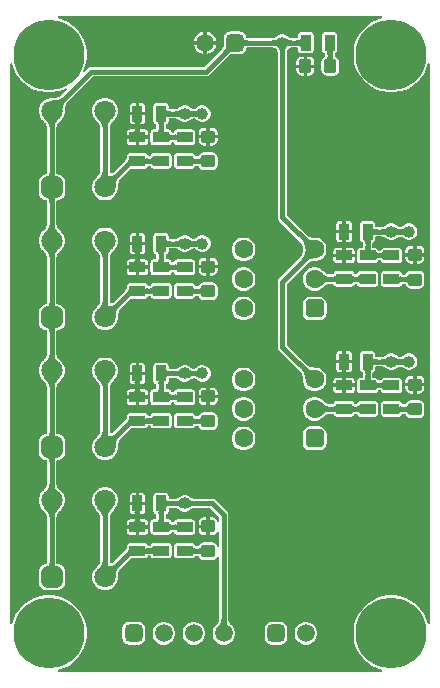
<source format=gtl>
G04*
G04 #@! TF.GenerationSoftware,Altium Limited,Altium Designer,21.2.1 (34)*
G04*
G04 Layer_Physical_Order=1*
G04 Layer_Color=255*
%FSTAX24Y24*%
%MOIN*%
G70*
G04*
G04 #@! TF.SameCoordinates,36507061-655E-4290-96EC-BFA040FA6CF6*
G04*
G04*
G04 #@! TF.FilePolarity,Positive*
G04*
G01*
G75*
G04:AMPARAMS|DCode=13|XSize=55.1mil|YSize=35.4mil|CornerRadius=3.5mil|HoleSize=0mil|Usage=FLASHONLY|Rotation=270.000|XOffset=0mil|YOffset=0mil|HoleType=Round|Shape=RoundedRectangle|*
%AMROUNDEDRECTD13*
21,1,0.0551,0.0283,0,0,270.0*
21,1,0.0480,0.0354,0,0,270.0*
1,1,0.0071,-0.0142,-0.0240*
1,1,0.0071,-0.0142,0.0240*
1,1,0.0071,0.0142,0.0240*
1,1,0.0071,0.0142,-0.0240*
%
%ADD13ROUNDEDRECTD13*%
G04:AMPARAMS|DCode=14|XSize=43.3mil|YSize=47.2mil|CornerRadius=10.8mil|HoleSize=0mil|Usage=FLASHONLY|Rotation=270.000|XOffset=0mil|YOffset=0mil|HoleType=Round|Shape=RoundedRectangle|*
%AMROUNDEDRECTD14*
21,1,0.0433,0.0256,0,0,270.0*
21,1,0.0217,0.0472,0,0,270.0*
1,1,0.0217,-0.0128,-0.0108*
1,1,0.0217,-0.0128,0.0108*
1,1,0.0217,0.0128,0.0108*
1,1,0.0217,0.0128,-0.0108*
%
%ADD14ROUNDEDRECTD14*%
G04:AMPARAMS|DCode=15|XSize=43.3mil|YSize=47.2mil|CornerRadius=10.8mil|HoleSize=0mil|Usage=FLASHONLY|Rotation=0.000|XOffset=0mil|YOffset=0mil|HoleType=Round|Shape=RoundedRectangle|*
%AMROUNDEDRECTD15*
21,1,0.0433,0.0256,0,0,0.0*
21,1,0.0217,0.0472,0,0,0.0*
1,1,0.0217,0.0108,-0.0128*
1,1,0.0217,-0.0108,-0.0128*
1,1,0.0217,-0.0108,0.0128*
1,1,0.0217,0.0108,0.0128*
%
%ADD15ROUNDEDRECTD15*%
G04:AMPARAMS|DCode=16|XSize=55.1mil|YSize=35.4mil|CornerRadius=3.5mil|HoleSize=0mil|Usage=FLASHONLY|Rotation=0.000|XOffset=0mil|YOffset=0mil|HoleType=Round|Shape=RoundedRectangle|*
%AMROUNDEDRECTD16*
21,1,0.0551,0.0283,0,0,0.0*
21,1,0.0480,0.0354,0,0,0.0*
1,1,0.0071,0.0240,-0.0142*
1,1,0.0071,-0.0240,-0.0142*
1,1,0.0071,-0.0240,0.0142*
1,1,0.0071,0.0240,0.0142*
%
%ADD16ROUNDEDRECTD16*%
%ADD29C,0.0394*%
%ADD30C,0.0150*%
%ADD31C,0.0591*%
G04:AMPARAMS|DCode=32|XSize=59.1mil|YSize=59.1mil|CornerRadius=14.8mil|HoleSize=0mil|Usage=FLASHONLY|Rotation=180.000|XOffset=0mil|YOffset=0mil|HoleType=Round|Shape=RoundedRectangle|*
%AMROUNDEDRECTD32*
21,1,0.0591,0.0295,0,0,180.0*
21,1,0.0295,0.0591,0,0,180.0*
1,1,0.0295,-0.0148,0.0148*
1,1,0.0295,0.0148,0.0148*
1,1,0.0295,0.0148,-0.0148*
1,1,0.0295,-0.0148,-0.0148*
%
%ADD32ROUNDEDRECTD32*%
%ADD33C,0.0709*%
G04:AMPARAMS|DCode=34|XSize=70.9mil|YSize=70.9mil|CornerRadius=17.7mil|HoleSize=0mil|Usage=FLASHONLY|Rotation=90.000|XOffset=0mil|YOffset=0mil|HoleType=Round|Shape=RoundedRectangle|*
%AMROUNDEDRECTD34*
21,1,0.0709,0.0354,0,0,90.0*
21,1,0.0354,0.0709,0,0,90.0*
1,1,0.0354,0.0177,0.0177*
1,1,0.0354,0.0177,-0.0177*
1,1,0.0354,-0.0177,-0.0177*
1,1,0.0354,-0.0177,0.0177*
%
%ADD34ROUNDEDRECTD34*%
G04:AMPARAMS|DCode=35|XSize=63mil|YSize=63mil|CornerRadius=15.7mil|HoleSize=0mil|Usage=FLASHONLY|Rotation=0.000|XOffset=0mil|YOffset=0mil|HoleType=Round|Shape=RoundedRectangle|*
%AMROUNDEDRECTD35*
21,1,0.0630,0.0315,0,0,0.0*
21,1,0.0315,0.0630,0,0,0.0*
1,1,0.0315,0.0157,-0.0157*
1,1,0.0315,-0.0157,-0.0157*
1,1,0.0315,-0.0157,0.0157*
1,1,0.0315,0.0157,0.0157*
%
%ADD35ROUNDEDRECTD35*%
%ADD36C,0.0630*%
%ADD37C,0.2362*%
G36*
X068762Y038752D02*
X068781Y038739D01*
X0688Y038728D01*
X068819Y038718D01*
X068839Y03871D01*
X06886Y038703D01*
X068881Y038698D01*
X068903Y038694D01*
X068926Y038692D01*
X068949Y038691D01*
Y038541D01*
X068926Y038541D01*
X068903Y038538D01*
X068881Y038535D01*
X06886Y038529D01*
X068839Y038523D01*
X068819Y038514D01*
X0688Y038505D01*
X068781Y038493D01*
X068762Y038481D01*
X068757Y038476D01*
X068752Y038471D01*
X06874Y038452D01*
X068728Y038433D01*
X068719Y038414D01*
X06871Y038394D01*
X068704Y038373D01*
X068698Y038352D01*
X068695Y03833D01*
X068692Y038307D01*
X068692Y038284D01*
X068542D01*
X068541Y038307D01*
X068539Y03833D01*
X068535Y038352D01*
X06853Y038373D01*
X068523Y038394D01*
X068515Y038414D01*
X068505Y038433D01*
X068494Y038452D01*
X068481Y038471D01*
X068477Y038476D01*
X068471Y038481D01*
X068453Y038493D01*
X068434Y038505D01*
X068414Y038514D01*
X068394Y038523D01*
X068373Y038529D01*
X068352Y038535D01*
X06833Y038538D01*
X068308Y038541D01*
X068285Y038541D01*
Y038691D01*
X068308Y038692D01*
X06833Y038694D01*
X068352Y038698D01*
X068373Y038703D01*
X068394Y03871D01*
X068414Y038718D01*
X068434Y038728D01*
X068453Y038739D01*
X068471Y038752D01*
X068489Y038766D01*
Y038489D01*
X068744D01*
Y038766D01*
X068762Y038752D01*
D02*
G37*
G36*
X067337Y038752D02*
X067342Y038739D01*
X067349Y038728D01*
X06736Y038718D01*
X067374Y03871D01*
X06739Y038703D01*
X06741Y038698D01*
X067433Y038694D01*
X067458Y038692D01*
X067487Y038691D01*
Y038541D01*
X067458Y038541D01*
X067433Y038538D01*
X06741Y038535D01*
X06739Y038529D01*
X067374Y038523D01*
X06736Y038514D01*
X067349Y038505D01*
X067342Y038493D01*
X067337Y038481D01*
X067336Y038466D01*
Y038766D01*
X067337Y038752D01*
D02*
G37*
G36*
X069229Y038466D02*
X069227Y038481D01*
X069223Y038493D01*
X069215Y038505D01*
X069204Y038514D01*
X069191Y038523D01*
X069174Y038529D01*
X069154Y038535D01*
X069132Y038538D01*
X069106Y038541D01*
X069077Y038541D01*
Y038691D01*
X069106Y038692D01*
X069132Y038694D01*
X069154Y038698D01*
X069174Y038703D01*
X069191Y03871D01*
X069204Y038718D01*
X069215Y038728D01*
X069223Y038739D01*
X069227Y038752D01*
X069229Y038766D01*
Y038466D01*
D02*
G37*
G36*
X066959Y038322D02*
X066947Y038331D01*
X066934Y038335D01*
X066918Y038335D01*
X0669Y038331D01*
X066881Y038323D01*
X066859Y03831D01*
X066835Y038294D01*
X066809Y038273D01*
X066781Y038249D01*
X066751Y03822D01*
X066645Y038326D01*
X066674Y038356D01*
X066719Y03841D01*
X066736Y038433D01*
X066748Y038455D01*
X066756Y038475D01*
X06676Y038492D01*
X06676Y038508D01*
X066756Y038522D01*
X066748Y038533D01*
X066959Y038322D01*
D02*
G37*
G36*
X071955Y039451D02*
X071767Y03939D01*
X07159Y0393D01*
X07143Y039184D01*
X07129Y039043D01*
X071173Y038883D01*
X071083Y038706D01*
X071022Y038518D01*
X070991Y038322D01*
Y038123D01*
X071022Y037928D01*
X071083Y037739D01*
X071173Y037562D01*
X07129Y037402D01*
X07143Y037262D01*
X07159Y037145D01*
X071767Y037055D01*
X071955Y036994D01*
X072151Y036963D01*
X07235D01*
X072545Y036994D01*
X072734Y037055D01*
X072911Y037145D01*
X073071Y037262D01*
X073211Y037402D01*
X073328Y037562D01*
X073418Y037739D01*
X073479Y037928D01*
X073528Y037919D01*
Y019235D01*
X073479Y019226D01*
X073418Y019415D01*
X073328Y019592D01*
X073211Y019752D01*
X073071Y019892D01*
X072911Y020009D01*
X072734Y020099D01*
X072545Y02016D01*
X07235Y020191D01*
X072151D01*
X071955Y02016D01*
X071767Y020099D01*
X07159Y020009D01*
X07143Y019892D01*
X07129Y019752D01*
X071173Y019592D01*
X071083Y019415D01*
X071022Y019226D01*
X070991Y01903D01*
Y018832D01*
X071022Y018636D01*
X071083Y018448D01*
X071173Y018271D01*
X07129Y018111D01*
X07143Y01797D01*
X07159Y017854D01*
X071767Y017764D01*
X071955Y017702D01*
X071947Y017654D01*
X061137D01*
X061128Y017702D01*
X061317Y017764D01*
X061493Y017854D01*
X061654Y01797D01*
X061794Y018111D01*
X061911Y018271D01*
X062001Y018448D01*
X062062Y018636D01*
X062093Y018832D01*
Y01903D01*
X062062Y019226D01*
X062001Y019415D01*
X061911Y019592D01*
X061794Y019752D01*
X061654Y019892D01*
X061493Y020009D01*
X061317Y020099D01*
X061128Y02016D01*
X060932Y020191D01*
X060734D01*
X060538Y02016D01*
X06035Y020099D01*
X060173Y020009D01*
X060012Y019892D01*
X059872Y019752D01*
X059756Y019592D01*
X059666Y019415D01*
X059604Y019226D01*
X059556Y019235D01*
Y037919D01*
X059604Y037928D01*
X059666Y037739D01*
X059756Y037562D01*
X059872Y037402D01*
X060012Y037262D01*
X060173Y037145D01*
X06035Y037055D01*
X060538Y036994D01*
X060734Y036963D01*
X060932D01*
X061128Y036994D01*
X061317Y037055D01*
X061398Y037096D01*
X061428Y037055D01*
X061211Y036839D01*
X061196Y036829D01*
X061177Y036819D01*
X061155Y036809D01*
X061129Y036802D01*
X0611Y036795D01*
X061068Y03679D01*
X060991Y036786D01*
X060947Y036787D01*
X06094Y036786D01*
X060875D01*
X060764Y036756D01*
X060666Y036699D01*
X060585Y036618D01*
X060528Y03652D01*
X060498Y03641D01*
Y036296D01*
X060528Y036185D01*
X060585Y036087D01*
X060622Y03605D01*
X060625Y036045D01*
X060685Y03598D01*
X060708Y035952D01*
X060727Y035925D01*
X060743Y035899D01*
X060756Y035874D01*
X060765Y035852D01*
X060771Y035831D01*
X060775Y035812D01*
Y034265D01*
X060774Y034254D01*
X060771Y034238D01*
X060769Y034229D01*
X060754D01*
X060688Y03422D01*
X060625Y034194D01*
X060572Y034153D01*
X060531Y0341D01*
X060505Y034037D01*
X060496Y033971D01*
Y033616D01*
X060505Y033549D01*
X060531Y033487D01*
X060572Y033434D01*
X060625Y033393D01*
X060688Y033367D01*
X060754Y033358D01*
X060769D01*
X060771Y033349D01*
X060774Y033333D01*
X060775Y033322D01*
Y032562D01*
X060771Y032544D01*
X060765Y032523D01*
X060756Y0325D01*
X060743Y032476D01*
X060727Y03245D01*
X060708Y032423D01*
X060657Y032363D01*
X060626Y032331D01*
X060622Y032325D01*
X060585Y032288D01*
X060528Y032189D01*
X060498Y032079D01*
Y031965D01*
X060528Y031855D01*
X060585Y031756D01*
X060622Y031719D01*
X060625Y031714D01*
X060685Y03165D01*
X060708Y031622D01*
X060727Y031594D01*
X060743Y031568D01*
X060756Y031544D01*
X060765Y031521D01*
X060771Y0315D01*
X060775Y031482D01*
Y029934D01*
X060774Y029923D01*
X060771Y029907D01*
X060769Y029898D01*
X060754D01*
X060688Y029889D01*
X060625Y029863D01*
X060572Y029822D01*
X060531Y029769D01*
X060505Y029707D01*
X060496Y02964D01*
Y029286D01*
X060505Y029219D01*
X060531Y029157D01*
X060572Y029103D01*
X060625Y029062D01*
X060688Y029036D01*
X060754Y029027D01*
X060769D01*
X060771Y029018D01*
X060774Y029002D01*
X060775Y028992D01*
Y028231D01*
X060771Y028213D01*
X060765Y028192D01*
X060756Y028169D01*
X060743Y028145D01*
X060727Y028119D01*
X060708Y028092D01*
X060657Y028032D01*
X060626Y028D01*
X060622Y027994D01*
X060585Y027957D01*
X060528Y027858D01*
X060498Y027748D01*
Y027634D01*
X060528Y027524D01*
X060585Y027425D01*
X060622Y027389D01*
X060625Y027383D01*
X060685Y027319D01*
X060708Y027291D01*
X060727Y027263D01*
X060743Y027237D01*
X060756Y027213D01*
X060765Y02719D01*
X060771Y027169D01*
X060775Y027151D01*
Y025603D01*
X060774Y025592D01*
X060771Y025577D01*
X060769Y025567D01*
X060754D01*
X060688Y025559D01*
X060625Y025533D01*
X060572Y025492D01*
X060531Y025438D01*
X060505Y025376D01*
X060496Y025309D01*
Y024955D01*
X060505Y024888D01*
X060531Y024826D01*
X060572Y024772D01*
X060625Y024731D01*
X060688Y024706D01*
X060754Y024697D01*
X060769D01*
X060771Y024688D01*
X060774Y024672D01*
X060775Y024661D01*
Y0239D01*
X060771Y023882D01*
X060765Y023861D01*
X060756Y023839D01*
X060743Y023814D01*
X060727Y023788D01*
X060708Y023762D01*
X060657Y023701D01*
X060626Y02367D01*
X060622Y023663D01*
X060585Y023626D01*
X060528Y023528D01*
X060498Y023417D01*
Y023303D01*
X060528Y023193D01*
X060585Y023094D01*
X060622Y023058D01*
X060625Y023052D01*
X060685Y022988D01*
X060708Y02296D01*
X060727Y022933D01*
X060743Y022907D01*
X060756Y022882D01*
X060765Y022859D01*
X060771Y022839D01*
X060775Y02282D01*
Y021273D01*
X060774Y021262D01*
X060771Y021246D01*
X060769Y021237D01*
X060754D01*
X060688Y021228D01*
X060625Y021202D01*
X060572Y021161D01*
X060531Y021108D01*
X060505Y021045D01*
X060496Y020979D01*
Y020624D01*
X060505Y020557D01*
X060531Y020495D01*
X060572Y020442D01*
X060625Y020401D01*
X060688Y020375D01*
X060754Y020366D01*
X061109D01*
X061176Y020375D01*
X061238Y020401D01*
X061291Y020442D01*
X061332Y020495D01*
X061358Y020557D01*
X061367Y020624D01*
Y020979D01*
X061358Y021045D01*
X061332Y021108D01*
X061291Y021161D01*
X061238Y021202D01*
X061176Y021228D01*
X061109Y021237D01*
X061094D01*
X061092Y021246D01*
X061089Y021262D01*
X061088Y021273D01*
Y02282D01*
X061092Y022839D01*
X061098Y022859D01*
X061107Y022882D01*
X06112Y022907D01*
X061136Y022933D01*
X061155Y022959D01*
X061206Y02302D01*
X061237Y023051D01*
X061241Y023057D01*
X061278Y023094D01*
X061335Y023193D01*
X061365Y023303D01*
Y023417D01*
X061335Y023528D01*
X061278Y023626D01*
X061242Y023663D01*
X061238Y023668D01*
X061178Y023733D01*
X061155Y023761D01*
X061136Y023788D01*
X06112Y023814D01*
X061107Y023839D01*
X061098Y023861D01*
X061092Y023882D01*
X061088Y0239D01*
Y024661D01*
X061089Y024672D01*
X061092Y024688D01*
X061094Y024697D01*
X061109D01*
X061176Y024706D01*
X061238Y024731D01*
X061291Y024772D01*
X061332Y024826D01*
X061358Y024888D01*
X061367Y024955D01*
Y025309D01*
X061358Y025376D01*
X061332Y025438D01*
X061291Y025492D01*
X061238Y025533D01*
X061176Y025559D01*
X061109Y025567D01*
X061094D01*
X061092Y025577D01*
X061089Y025592D01*
X061088Y025603D01*
Y027151D01*
X061092Y027169D01*
X061098Y02719D01*
X061107Y027213D01*
X06112Y027237D01*
X061136Y027263D01*
X061155Y02729D01*
X061206Y02735D01*
X061237Y027382D01*
X061241Y027388D01*
X061278Y027425D01*
X061335Y027524D01*
X061365Y027634D01*
Y027748D01*
X061335Y027858D01*
X061278Y027957D01*
X061242Y027993D01*
X061238Y027999D01*
X061178Y028063D01*
X061155Y028091D01*
X061136Y028119D01*
X06112Y028145D01*
X061107Y028169D01*
X061098Y028192D01*
X061092Y028213D01*
X061088Y028231D01*
Y028992D01*
X061089Y029002D01*
X061092Y029018D01*
X061094Y029027D01*
X061109D01*
X061176Y029036D01*
X061238Y029062D01*
X061291Y029103D01*
X061332Y029157D01*
X061358Y029219D01*
X061367Y029286D01*
Y02964D01*
X061358Y029707D01*
X061332Y029769D01*
X061291Y029822D01*
X061238Y029863D01*
X061176Y029889D01*
X061109Y029898D01*
X061094D01*
X061092Y029907D01*
X061089Y029923D01*
X061088Y029934D01*
Y031482D01*
X061092Y0315D01*
X061098Y031521D01*
X061107Y031544D01*
X06112Y031568D01*
X061136Y031594D01*
X061155Y031621D01*
X061206Y031681D01*
X061237Y031713D01*
X061241Y031719D01*
X061278Y031756D01*
X061335Y031855D01*
X061365Y031965D01*
Y032079D01*
X061335Y032189D01*
X061278Y032288D01*
X061242Y032324D01*
X061238Y03233D01*
X061178Y032394D01*
X061155Y032422D01*
X061136Y03245D01*
X06112Y032476D01*
X061107Y0325D01*
X061098Y032523D01*
X061092Y032544D01*
X061088Y032562D01*
Y033322D01*
X061089Y033333D01*
X061092Y033349D01*
X061094Y033358D01*
X061109D01*
X061176Y033367D01*
X061238Y033393D01*
X061291Y033434D01*
X061332Y033487D01*
X061358Y033549D01*
X061367Y033616D01*
Y033971D01*
X061358Y034037D01*
X061332Y0341D01*
X061291Y034153D01*
X061238Y034194D01*
X061176Y03422D01*
X061109Y034229D01*
X061094D01*
X061092Y034238D01*
X061089Y034254D01*
X061088Y034265D01*
Y035812D01*
X061092Y035831D01*
X061098Y035852D01*
X061107Y035874D01*
X06112Y035899D01*
X061136Y035925D01*
X061155Y035951D01*
X061206Y036012D01*
X061237Y036043D01*
X061241Y03605D01*
X061278Y036087D01*
X061335Y036185D01*
X061365Y036296D01*
Y036336D01*
X061366Y036341D01*
X061371Y03643D01*
X061376Y036466D01*
X061383Y0365D01*
X06139Y03653D01*
X061399Y036557D01*
X061409Y03658D01*
X06142Y036599D01*
X06143Y036614D01*
X062312Y037496D01*
X066078D01*
X066138Y037508D01*
X066189Y037542D01*
X066845Y038198D01*
X066861Y038212D01*
X066883Y03823D01*
X066895Y038238D01*
X067189D01*
X067278Y038255D01*
X067353Y038305D01*
X067403Y03838D01*
X067417Y038453D01*
X067427Y038456D01*
X067443Y038459D01*
X067454Y03846D01*
X068311D01*
X068319Y038459D01*
X068335Y038456D01*
X068351Y038452D01*
X068366Y038447D01*
X068381Y038441D01*
X068395Y038434D01*
X068409Y038426D01*
X068419Y038419D01*
X068426Y038409D01*
X068434Y038395D01*
X068441Y038381D01*
X068447Y038366D01*
X068452Y038351D01*
X068456Y038335D01*
X068459Y038319D01*
X06846Y03831D01*
Y032801D01*
X068472Y032741D01*
X068506Y03269D01*
X069244Y031952D01*
X069253Y03194D01*
X069262Y031923D01*
X069271Y031904D01*
X069279Y031882D01*
X069285Y031857D01*
X06929Y031831D01*
X069296Y031765D01*
X069296Y031729D01*
X069297Y031727D01*
X069296Y031724D01*
X069296Y031687D01*
X069294Y031654D01*
X06929Y031623D01*
X069285Y031596D01*
X069279Y031571D01*
X069271Y031549D01*
X069262Y03153D01*
X069253Y031513D01*
X069244Y031501D01*
X068506Y030763D01*
X068472Y030712D01*
X06846Y030652D01*
Y028471D01*
X068472Y028411D01*
X068506Y02836D01*
X069244Y027621D01*
X069253Y027609D01*
X069262Y027592D01*
X069271Y027573D01*
X069279Y027551D01*
X069285Y027526D01*
X06929Y0275D01*
X069296Y027434D01*
X069296Y027398D01*
X069298Y027391D01*
Y027344D01*
X069325Y027244D01*
X069376Y027154D01*
X06945Y027081D01*
X069539Y027029D01*
X06964Y027002D01*
X069743D01*
X069843Y027029D01*
X069933Y027081D01*
X070006Y027154D01*
X070058Y027244D01*
X070085Y027344D01*
Y027448D01*
X070058Y027548D01*
X070006Y027638D01*
X069933Y027711D01*
X069843Y027763D01*
X069743Y027789D01*
X069696D01*
X069689Y027791D01*
X069652Y027792D01*
X069619Y027794D01*
X069588Y027797D01*
X069561Y027802D01*
X069536Y027809D01*
X069514Y027816D01*
X069495Y027825D01*
X069478Y027834D01*
X069466Y027843D01*
X068773Y028536D01*
Y030587D01*
X069466Y031279D01*
X069478Y031288D01*
X069495Y031298D01*
X069514Y031306D01*
X069536Y031314D01*
X069561Y03132D01*
X069587Y031325D01*
X069653Y031331D01*
X069689Y031331D01*
X069696Y031333D01*
X069743D01*
X069843Y03136D01*
X069933Y031411D01*
X070006Y031485D01*
X070058Y031575D01*
X070085Y031675D01*
Y031778D01*
X070058Y031878D01*
X070006Y031968D01*
X069933Y032042D01*
X069843Y032093D01*
X069743Y03212D01*
X069696D01*
X069689Y032122D01*
X069652Y032122D01*
X069619Y032124D01*
X069588Y032128D01*
X069561Y032133D01*
X069536Y032139D01*
X069514Y032147D01*
X069495Y032155D01*
X069478Y032165D01*
X069466Y032174D01*
X068773Y032866D01*
Y03831D01*
X068774Y038319D01*
X068777Y038335D01*
X068781Y038351D01*
X068786Y038366D01*
X068792Y038381D01*
X068799Y038395D01*
X068807Y038409D01*
X068814Y038419D01*
X068824Y038426D01*
X068838Y038434D01*
X068852Y038441D01*
X068867Y038447D01*
X068882Y038452D01*
X068898Y038456D01*
X068914Y038459D01*
X068923Y03846D01*
X069111D01*
X069122Y038459D01*
X069138Y038456D01*
X069146Y038454D01*
Y038376D01*
X069155Y038332D01*
X06918Y038294D01*
X069218Y038269D01*
X069262Y03826D01*
X069546D01*
X06959Y038269D01*
X069628Y038294D01*
X069653Y038332D01*
X069662Y038376D01*
Y038856D01*
X069653Y038901D01*
X069628Y038939D01*
X06959Y038964D01*
X069546Y038973D01*
X069262D01*
X069218Y038964D01*
X06918Y038939D01*
X069155Y038901D01*
X069146Y038856D01*
Y038779D01*
X069138Y038777D01*
X069122Y038774D01*
X069111Y038773D01*
X068923D01*
X068914Y038774D01*
X068898Y038777D01*
X068882Y038781D01*
X068867Y038785D01*
X068852Y038791D01*
X068838Y038799D01*
X068824Y038807D01*
X06881Y038817D01*
X068794Y038829D01*
X068793Y03883D01*
X068786Y038837D01*
X068723Y038873D01*
X068653Y038892D01*
X06858D01*
X06851Y038873D01*
X068447Y038837D01*
X06844Y03883D01*
X068439Y038829D01*
X068423Y038817D01*
X068409Y038807D01*
X068395Y038799D01*
X068381Y038791D01*
X068366Y038785D01*
X068351Y038781D01*
X068335Y038777D01*
X068319Y038774D01*
X068311Y038773D01*
X067454D01*
X067443Y038774D01*
X067427Y038777D01*
X067417Y038779D01*
X067403Y038852D01*
X067353Y038927D01*
X067278Y038977D01*
X067189Y038995D01*
X066894D01*
X066806Y038977D01*
X066731Y038927D01*
X066681Y038852D01*
X066663Y038764D01*
Y038469D01*
X066656Y038458D01*
X066621Y038417D01*
X066013Y037809D01*
X062247D01*
X062187Y037797D01*
X062136Y037763D01*
X062Y037628D01*
X061959Y037658D01*
X062001Y037739D01*
X062062Y037928D01*
X062093Y038123D01*
Y038322D01*
X062062Y038518D01*
X062001Y038706D01*
X061911Y038883D01*
X061794Y039043D01*
X061654Y039184D01*
X061493Y0393D01*
X061317Y03939D01*
X061128Y039451D01*
X061137Y0395D01*
X071947D01*
X071955Y039451D01*
D02*
G37*
G36*
X061386Y036686D02*
X061367Y036665D01*
X061351Y036642D01*
X061337Y036615D01*
X061324Y036586D01*
X061313Y036553D01*
X061304Y036518D01*
X061297Y036479D01*
X061291Y036438D01*
X061286Y036346D01*
X060946Y036707D01*
X060992Y036706D01*
X061076Y036711D01*
X061114Y036716D01*
X06115Y036724D01*
X061182Y036734D01*
X061211Y036746D01*
X061238Y03676D01*
X061262Y036776D01*
X061283Y036795D01*
X061386Y036686D01*
D02*
G37*
G36*
X061147Y036066D02*
X061091Y036001D01*
X061069Y035969D01*
X06105Y035938D01*
X061034Y035908D01*
X061022Y035878D01*
X061013Y035849D01*
X061008Y035821D01*
X061007Y035794D01*
X060857D01*
X060855Y035821D01*
X06085Y035849D01*
X060841Y035878D01*
X060829Y035908D01*
X060813Y035938D01*
X060794Y035969D01*
X060772Y036001D01*
X060746Y036033D01*
X060684Y036099D01*
X06118D01*
X061147Y036066D01*
D02*
G37*
G36*
X061007Y034269D02*
X06101Y034244D01*
X061013Y034221D01*
X061019Y034201D01*
X061025Y034185D01*
X061034Y034171D01*
X061043Y034161D01*
X061055Y034153D01*
X061067Y034148D01*
X061082Y034147D01*
X060782D01*
X060796Y034148D01*
X060809Y034153D01*
X06082Y034161D01*
X06083Y034171D01*
X060838Y034185D01*
X060845Y034201D01*
X06085Y034221D01*
X060854Y034244D01*
X060856Y034269D01*
X060857Y034298D01*
X061007D01*
X061007Y034269D01*
D02*
G37*
G36*
X061067Y033439D02*
X061055Y033434D01*
X061043Y033426D01*
X061034Y033416D01*
X061025Y033402D01*
X061019Y033386D01*
X061013Y033366D01*
X06101Y033343D01*
X061007Y033318D01*
X061007Y033289D01*
X060857D01*
X060856Y033318D01*
X060854Y033343D01*
X06085Y033366D01*
X060845Y033386D01*
X060838Y033402D01*
X06083Y033416D01*
X06082Y033426D01*
X060809Y033434D01*
X060796Y033439D01*
X060782Y03344D01*
X061082D01*
X061067Y033439D01*
D02*
G37*
G36*
X061008Y032553D02*
X061013Y032525D01*
X061022Y032496D01*
X061034Y032466D01*
X06105Y032436D01*
X061069Y032405D01*
X061091Y032374D01*
X061117Y032341D01*
X06118Y032275D01*
X060684D01*
X060716Y032308D01*
X060772Y032374D01*
X060794Y032405D01*
X060813Y032436D01*
X060829Y032466D01*
X060841Y032496D01*
X06085Y032525D01*
X060855Y032553D01*
X060857Y032581D01*
X061007D01*
X061008Y032553D01*
D02*
G37*
G36*
X069414Y032112D02*
X069435Y032097D01*
X069459Y032084D01*
X069485Y032072D01*
X069513Y032062D01*
X069543Y032055D01*
X069576Y032049D01*
X069611Y032044D01*
X069649Y032042D01*
X069688Y032041D01*
X069376Y03173D01*
X069376Y031769D01*
X069369Y031842D01*
X069363Y031874D01*
X069355Y031905D01*
X069346Y031933D01*
X069334Y031959D01*
X069321Y031983D01*
X069306Y032004D01*
X069288Y032023D01*
X069395Y032129D01*
X069414Y032112D01*
D02*
G37*
G36*
X061147Y031735D02*
X061091Y03167D01*
X061069Y031638D01*
X06105Y031607D01*
X061034Y031577D01*
X061022Y031548D01*
X061013Y031519D01*
X061008Y03149D01*
X061007Y031463D01*
X060857D01*
X060855Y03149D01*
X06085Y031519D01*
X060841Y031548D01*
X060829Y031577D01*
X060813Y031607D01*
X060794Y031638D01*
X060772Y03167D01*
X060746Y031702D01*
X060684Y031769D01*
X06118D01*
X061147Y031735D01*
D02*
G37*
G36*
X069688Y031412D02*
X069649Y031411D01*
X069576Y031404D01*
X069543Y031398D01*
X069513Y031391D01*
X069485Y031381D01*
X069459Y031369D01*
X069435Y031356D01*
X069414Y031341D01*
X069395Y031324D01*
X069288Y03143D01*
X069306Y031449D01*
X069321Y03147D01*
X069334Y031494D01*
X069346Y03152D01*
X069355Y031548D01*
X069363Y031579D01*
X069369Y031611D01*
X069374Y031646D01*
X069376Y031684D01*
X069376Y031723D01*
X069688Y031412D01*
D02*
G37*
G36*
X061007Y029939D02*
X06101Y029913D01*
X061013Y02989D01*
X061019Y029871D01*
X061025Y029854D01*
X061034Y02984D01*
X061043Y02983D01*
X061055Y029822D01*
X061067Y029818D01*
X061082Y029816D01*
X060782D01*
X060796Y029818D01*
X060809Y029822D01*
X06082Y02983D01*
X06083Y02984D01*
X060838Y029854D01*
X060845Y029871D01*
X06085Y02989D01*
X060854Y029913D01*
X060856Y029939D01*
X060857Y029967D01*
X061007D01*
X061007Y029939D01*
D02*
G37*
G36*
X061067Y029108D02*
X061055Y029103D01*
X061043Y029096D01*
X061034Y029085D01*
X061025Y029072D01*
X061019Y029055D01*
X061013Y029035D01*
X06101Y029013D01*
X061007Y028987D01*
X061007Y028958D01*
X060857D01*
X060856Y028987D01*
X060854Y029013D01*
X06085Y029035D01*
X060845Y029055D01*
X060838Y029072D01*
X06083Y029085D01*
X06082Y029096D01*
X060809Y029103D01*
X060796Y029108D01*
X060782Y029109D01*
X061082D01*
X061067Y029108D01*
D02*
G37*
G36*
X061008Y028222D02*
X061013Y028194D01*
X061022Y028165D01*
X061034Y028136D01*
X06105Y028105D01*
X061069Y028074D01*
X061091Y028043D01*
X061117Y028011D01*
X06118Y027944D01*
X060684D01*
X060716Y027978D01*
X060772Y028043D01*
X060794Y028074D01*
X060813Y028105D01*
X060829Y028136D01*
X060841Y028165D01*
X06085Y028194D01*
X060855Y028222D01*
X060857Y02825D01*
X061007D01*
X061008Y028222D01*
D02*
G37*
G36*
X069414Y027782D02*
X069435Y027766D01*
X069459Y027753D01*
X069485Y027741D01*
X069513Y027732D01*
X069543Y027724D01*
X069576Y027718D01*
X069611Y027714D01*
X069649Y027711D01*
X069688Y027711D01*
X069376Y027399D01*
X069376Y027439D01*
X069369Y027511D01*
X069363Y027544D01*
X069355Y027574D01*
X069346Y027602D01*
X069334Y027628D01*
X069321Y027652D01*
X069306Y027674D01*
X069288Y027693D01*
X069395Y027799D01*
X069414Y027782D01*
D02*
G37*
G36*
X061147Y027404D02*
X061091Y027339D01*
X061069Y027308D01*
X06105Y027277D01*
X061034Y027247D01*
X061022Y027217D01*
X061013Y027188D01*
X061008Y02716D01*
X061007Y027132D01*
X060857D01*
X060855Y02716D01*
X06085Y027188D01*
X060841Y027217D01*
X060829Y027247D01*
X060813Y027277D01*
X060794Y027308D01*
X060772Y027339D01*
X060746Y027372D01*
X060684Y027438D01*
X06118D01*
X061147Y027404D01*
D02*
G37*
G36*
X061007Y025608D02*
X06101Y025582D01*
X061013Y02556D01*
X061019Y02554D01*
X061025Y025523D01*
X061034Y02551D01*
X061043Y025499D01*
X061055Y025492D01*
X061067Y025487D01*
X061082Y025485D01*
X060782D01*
X060796Y025487D01*
X060809Y025492D01*
X06082Y025499D01*
X06083Y02551D01*
X060838Y025523D01*
X060845Y02554D01*
X06085Y02556D01*
X060854Y025582D01*
X060856Y025608D01*
X060857Y025637D01*
X061007D01*
X061007Y025608D01*
D02*
G37*
G36*
X061067Y024777D02*
X061055Y024773D01*
X061043Y024765D01*
X061034Y024754D01*
X061025Y024741D01*
X061019Y024724D01*
X061013Y024705D01*
X06101Y024682D01*
X061007Y024656D01*
X061007Y024627D01*
X060857D01*
X060856Y024656D01*
X060854Y024682D01*
X06085Y024705D01*
X060845Y024724D01*
X060838Y024741D01*
X06083Y024754D01*
X06082Y024765D01*
X060809Y024773D01*
X060796Y024777D01*
X060782Y024779D01*
X061082D01*
X061067Y024777D01*
D02*
G37*
G36*
X061008Y023892D02*
X061013Y023863D01*
X061022Y023835D01*
X061034Y023805D01*
X06105Y023775D01*
X061069Y023744D01*
X061091Y023712D01*
X061117Y02368D01*
X06118Y023613D01*
X060684D01*
X060716Y023647D01*
X060772Y023712D01*
X060794Y023744D01*
X060813Y023775D01*
X060829Y023805D01*
X060841Y023835D01*
X06085Y023863D01*
X060855Y023892D01*
X060857Y023919D01*
X061007D01*
X061008Y023892D01*
D02*
G37*
G36*
X061147Y023074D02*
X061091Y023009D01*
X061069Y022977D01*
X06105Y022946D01*
X061034Y022916D01*
X061022Y022886D01*
X061013Y022857D01*
X061008Y022829D01*
X061007Y022801D01*
X060857D01*
X060855Y022829D01*
X06085Y022857D01*
X060841Y022886D01*
X060829Y022916D01*
X060813Y022946D01*
X060794Y022977D01*
X060772Y023009D01*
X060746Y023041D01*
X060684Y023107D01*
X06118D01*
X061147Y023074D01*
D02*
G37*
G36*
X061007Y021277D02*
X06101Y021252D01*
X061013Y021229D01*
X061019Y021209D01*
X061025Y021193D01*
X061034Y021179D01*
X061043Y021168D01*
X061055Y021161D01*
X061067Y021156D01*
X061082Y021155D01*
X060782D01*
X060796Y021156D01*
X060809Y021161D01*
X06082Y021168D01*
X06083Y021179D01*
X060838Y021193D01*
X060845Y021209D01*
X06085Y021229D01*
X060854Y021252D01*
X060856Y021277D01*
X060857Y021306D01*
X061007D01*
X061007Y021277D01*
D02*
G37*
%LPC*%
G36*
X066101Y038988D02*
Y038675D01*
X066413D01*
X06639Y038761D01*
X066341Y038846D01*
X066271Y038916D01*
X066186Y038965D01*
X066101Y038988D01*
D02*
G37*
G36*
X065983D02*
X065897Y038965D01*
X065812Y038916D01*
X065743Y038846D01*
X065693Y038761D01*
X06567Y038675D01*
X065983D01*
Y038988D01*
D02*
G37*
G36*
X066413Y038557D02*
X066101D01*
Y038245D01*
X066186Y038268D01*
X066271Y038317D01*
X066341Y038387D01*
X06639Y038472D01*
X066413Y038557D01*
D02*
G37*
G36*
X065983D02*
X06567D01*
X065693Y038472D01*
X065743Y038387D01*
X065812Y038317D01*
X065897Y038268D01*
X065983Y038245D01*
Y038557D01*
D02*
G37*
G36*
X069493Y038148D02*
X069443D01*
Y037888D01*
X069683D01*
Y037957D01*
X069669Y03803D01*
X069627Y038092D01*
X069566Y038133D01*
X069493Y038148D01*
D02*
G37*
G36*
X069325D02*
X069276D01*
X069203Y038133D01*
X069141Y038092D01*
X0691Y03803D01*
X069085Y037957D01*
Y037888D01*
X069325D01*
Y038148D01*
D02*
G37*
G36*
X070333Y038973D02*
X07005D01*
X070005Y038964D01*
X069967Y038939D01*
X069942Y038901D01*
X069933Y038856D01*
Y038376D01*
X069942Y038332D01*
X069967Y038294D01*
X070005Y038269D01*
X070038Y038262D01*
X070041Y038252D01*
X070044Y038236D01*
X070044Y038225D01*
Y038178D01*
X070043Y038166D01*
X070041Y038147D01*
X070038Y038135D01*
X07003Y038133D01*
X069968Y038092D01*
X069927Y03803D01*
X069912Y037957D01*
Y037701D01*
X069927Y037628D01*
X069968Y037566D01*
X07003Y037525D01*
X070103Y03751D01*
X070319D01*
X070392Y037525D01*
X070454Y037566D01*
X070496Y037628D01*
X07051Y037701D01*
Y037957D01*
X070496Y03803D01*
X070454Y038092D01*
X070392Y038133D01*
X070365Y038138D01*
X070362Y03815D01*
X070359Y038167D01*
X070358Y038179D01*
Y038226D01*
X070359Y038238D01*
X070362Y038254D01*
X070365Y038266D01*
X070378Y038269D01*
X070415Y038294D01*
X070441Y038332D01*
X07045Y038376D01*
Y038856D01*
X070441Y038901D01*
X070415Y038939D01*
X070378Y038964D01*
X070333Y038973D01*
D02*
G37*
G36*
X069683Y03777D02*
X069443D01*
Y03751D01*
X069493D01*
X069566Y037525D01*
X069627Y037566D01*
X069669Y037628D01*
X069683Y037701D01*
Y03777D01*
D02*
G37*
G36*
X069325D02*
X069085D01*
Y037701D01*
X0691Y037628D01*
X069141Y037566D01*
X069203Y037525D01*
X069276Y03751D01*
X069325D01*
Y03777D01*
D02*
G37*
G36*
X063928Y036611D02*
X063845D01*
Y036313D01*
X064044D01*
Y036494D01*
X064035Y036539D01*
X06401Y036577D01*
X063972Y036602D01*
X063928Y036611D01*
D02*
G37*
G36*
X063727D02*
X063644D01*
X0636Y036602D01*
X063562Y036577D01*
X063537Y036539D01*
X063528Y036494D01*
Y036313D01*
X063727D01*
Y036611D01*
D02*
G37*
G36*
X064715D02*
X064432D01*
X064387Y036602D01*
X064349Y036577D01*
X064324Y036539D01*
X064315Y036494D01*
Y036014D01*
X064324Y035969D01*
X064349Y035932D01*
X064387Y035906D01*
X06441Y035902D01*
X06441Y035902D01*
X064413Y03589D01*
X064416Y035874D01*
X064417Y035863D01*
Y03576D01*
X064416Y035749D01*
X064413Y035733D01*
X064411Y035725D01*
X064333D01*
X064289Y035716D01*
X064251Y035691D01*
X064226Y035653D01*
X064217Y035608D01*
Y035325D01*
X064226Y03528D01*
X064251Y035243D01*
X064289Y035217D01*
X064333Y035209D01*
X064813D01*
X064858Y035217D01*
X064896Y035243D01*
X064921Y03528D01*
X064926Y035303D01*
X064926Y035303D01*
X064937Y035306D01*
X064953Y035309D01*
X064964Y03531D01*
X06497D01*
X064981Y035309D01*
X064997Y035306D01*
X065008Y035303D01*
X065008Y035303D01*
X065013Y03528D01*
X065038Y035243D01*
X065076Y035217D01*
X065121Y035209D01*
X065601D01*
X065645Y035217D01*
X065683Y035243D01*
X065708Y03528D01*
X065717Y035325D01*
Y035608D01*
X065708Y035653D01*
X065683Y035691D01*
X065645Y035716D01*
X065601Y035725D01*
X065121D01*
X065076Y035716D01*
X065038Y035691D01*
X065013Y035653D01*
X065008Y03563D01*
X065008Y03563D01*
X064997Y035627D01*
X064981Y035624D01*
X06497Y035623D01*
X064964D01*
X064953Y035624D01*
X064937Y035627D01*
X064926Y03563D01*
X064926Y03563D01*
X064921Y035653D01*
X064896Y035691D01*
X064858Y035716D01*
X064813Y035725D01*
X064736D01*
X064734Y035733D01*
X064731Y035749D01*
X06473Y03576D01*
Y035863D01*
X064731Y035874D01*
X064734Y03589D01*
X064737Y035902D01*
X064737Y035902D01*
X06476Y035906D01*
X064797Y035932D01*
X064823Y035969D01*
X064831Y036014D01*
Y036092D01*
X06484Y036094D01*
X064856Y036096D01*
X064866Y036097D01*
X065055D01*
X065063Y036096D01*
X06508Y036094D01*
X065095Y03609D01*
X06511Y036085D01*
X065125Y036079D01*
X065139Y036072D01*
X065154Y036063D01*
X065167Y036054D01*
X065183Y036041D01*
X065184Y036041D01*
X065191Y036034D01*
X065254Y035997D01*
X065324Y035978D01*
X065397D01*
X065467Y035997D01*
X06553Y036034D01*
X065537Y036041D01*
X065538Y036041D01*
X065554Y036054D01*
X065568Y036063D01*
X065582Y036072D01*
X065596Y036079D01*
X065611Y036085D01*
X065626Y03609D01*
X065642Y036094D01*
X065658Y036096D01*
X065667Y036097D01*
X065675D01*
X065678Y036097D01*
X06569Y036095D01*
X0657Y036092D01*
X065711Y036089D01*
X06572Y036084D01*
X065729Y03608D01*
X065737Y036074D01*
X065745Y036067D01*
X065756Y036058D01*
X065761Y036054D01*
X065782Y036034D01*
X065845Y035997D01*
X065915Y035978D01*
X065988D01*
X066058Y035997D01*
X06612Y036034D01*
X066172Y036085D01*
X066208Y036148D01*
X066227Y036218D01*
Y03629D01*
X066208Y03636D01*
X066172Y036423D01*
X06612Y036475D01*
X066058Y036511D01*
X065988Y03653D01*
X065915D01*
X065845Y036511D01*
X065782Y036475D01*
X065761Y036454D01*
X065756Y03645D01*
X065745Y036441D01*
X065737Y036434D01*
X065729Y036429D01*
X06572Y036424D01*
X065711Y03642D01*
X0657Y036416D01*
X06569Y036413D01*
X065678Y036411D01*
X065675Y036411D01*
X065667D01*
X065658Y036412D01*
X065642Y036414D01*
X065626Y036418D01*
X065611Y036423D01*
X065596Y036429D01*
X065582Y036436D01*
X065568Y036445D01*
X065554Y036454D01*
X065538Y036467D01*
X065537Y036467D01*
X06553Y036475D01*
X065467Y036511D01*
X065397Y03653D01*
X065324D01*
X065254Y036511D01*
X065191Y036475D01*
X065184Y036467D01*
X065183Y036467D01*
X065167Y036454D01*
X065154Y036445D01*
X065139Y036436D01*
X065125Y036429D01*
X06511Y036423D01*
X065095Y036418D01*
X06508Y036414D01*
X065063Y036412D01*
X065055Y036411D01*
X064866D01*
X064856Y036412D01*
X06484Y036414D01*
X064831Y036417D01*
Y036494D01*
X064823Y036539D01*
X064797Y036577D01*
X06476Y036602D01*
X064715Y036611D01*
D02*
G37*
G36*
X064044Y036195D02*
X063845D01*
Y035982D01*
X063936D01*
X063921Y03598D01*
X063909Y035976D01*
X063898Y035968D01*
X063888Y035957D01*
X06388Y035944D01*
X063873Y035927D01*
X063868Y035907D01*
X063866Y035898D01*
X063928D01*
X063972Y035906D01*
X06401Y035932D01*
X064035Y035969D01*
X064044Y036014D01*
Y036195D01*
D02*
G37*
G36*
X063727D02*
X063528D01*
Y036014D01*
X063537Y035969D01*
X063562Y035932D01*
X0636Y035906D01*
X063644Y035898D01*
X063706D01*
X063704Y035907D01*
X063699Y035927D01*
X063692Y035944D01*
X063684Y035957D01*
X063674Y035968D01*
X063663Y035976D01*
X06365Y03598D01*
X063636Y035982D01*
X063727D01*
Y036195D01*
D02*
G37*
G36*
X066276Y035785D02*
X066207D01*
Y035545D01*
X066467D01*
Y035595D01*
X066452Y035668D01*
X066411Y035729D01*
X066349Y035771D01*
X066276Y035785D01*
D02*
G37*
G36*
X066089D02*
X06602D01*
X065947Y035771D01*
X065885Y035729D01*
X065844Y035668D01*
X065829Y035595D01*
Y035545D01*
X066089D01*
Y035785D01*
D02*
G37*
G36*
X064026Y035725D02*
X063866D01*
X063868Y035716D01*
X063873Y035697D01*
X06388Y03568D01*
X063888Y035666D01*
X063898Y035656D01*
X063909Y035648D01*
X063922Y035644D01*
X063936Y035642D01*
X063845D01*
Y035526D01*
X064142D01*
Y035608D01*
X064134Y035653D01*
X064108Y035691D01*
X064071Y035716D01*
X064026Y035725D01*
D02*
G37*
G36*
X063706D02*
X063546D01*
X063501Y035716D01*
X063463Y035691D01*
X063438Y035653D01*
X063429Y035608D01*
Y035526D01*
X063727D01*
Y035642D01*
X063636D01*
X06365Y035644D01*
X063663Y035648D01*
X063674Y035656D01*
X063684Y035666D01*
X063692Y03568D01*
X063699Y035697D01*
X063704Y035716D01*
X063706Y035725D01*
D02*
G37*
G36*
X064142Y035408D02*
X063845D01*
Y035209D01*
X064026D01*
X064071Y035217D01*
X064108Y035243D01*
X064134Y03528D01*
X064142Y035325D01*
Y035408D01*
D02*
G37*
G36*
X063727D02*
X063429D01*
Y035325D01*
X063438Y03528D01*
X063463Y035243D01*
X063501Y035217D01*
X063546Y035209D01*
X063727D01*
Y035408D01*
D02*
G37*
G36*
X066467Y035427D02*
X066207D01*
Y035187D01*
X066276D01*
X066349Y035202D01*
X066411Y035243D01*
X066452Y035305D01*
X066467Y035378D01*
Y035427D01*
D02*
G37*
G36*
X066089D02*
X065829D01*
Y035378D01*
X065844Y035305D01*
X065885Y035243D01*
X065947Y035202D01*
X06602Y035187D01*
X066089D01*
Y035427D01*
D02*
G37*
G36*
X066276Y034959D02*
X06602D01*
X065947Y034944D01*
X065885Y034903D01*
X065844Y034841D01*
X065842Y034833D01*
X06583Y03483D01*
X065811Y034827D01*
X065799Y034826D01*
X065752D01*
X065741Y034827D01*
X065725Y03483D01*
X065715Y034832D01*
X065708Y034866D01*
X065683Y034903D01*
X065645Y034929D01*
X065601Y034937D01*
X065121D01*
X065076Y034929D01*
X065038Y034903D01*
X065013Y034866D01*
X065004Y034821D01*
Y034538D01*
X065013Y034493D01*
X065038Y034455D01*
X065076Y03443D01*
X065121Y034421D01*
X065601D01*
X065645Y03443D01*
X065683Y034455D01*
X065708Y034493D01*
X065711Y034506D01*
X065723Y034509D01*
X065739Y034512D01*
X065751Y034513D01*
X065798D01*
X06581Y034512D01*
X065827Y034509D01*
X065839Y034506D01*
X065844Y034478D01*
X065885Y034416D01*
X065947Y034375D01*
X06602Y034361D01*
X066276D01*
X066349Y034375D01*
X066411Y034416D01*
X066452Y034478D01*
X066467Y034551D01*
Y034768D01*
X066452Y034841D01*
X066411Y034903D01*
X066349Y034944D01*
X066276Y034959D01*
D02*
G37*
G36*
X06276Y036786D02*
X062646D01*
X062536Y036756D01*
X062437Y036699D01*
X062357Y036618D01*
X0623Y03652D01*
X06227Y03641D01*
Y036296D01*
X0623Y036185D01*
X062357Y036087D01*
X062393Y03605D01*
X062397Y036045D01*
X062457Y03598D01*
X062479Y035952D01*
X062499Y035925D01*
X062515Y035899D01*
X062528Y035874D01*
X062537Y035852D01*
X062543Y035831D01*
X062546Y035812D01*
Y034334D01*
X062543Y034315D01*
X062537Y034294D01*
X062528Y034272D01*
X062515Y034247D01*
X062499Y034221D01*
X06248Y034195D01*
X062429Y034134D01*
X062398Y034103D01*
X062394Y034096D01*
X062357Y034059D01*
X0623Y033961D01*
X06227Y03385D01*
Y033736D01*
X0623Y033626D01*
X062357Y033528D01*
X062437Y033447D01*
X062536Y03339D01*
X062646Y03336D01*
X06276D01*
X06287Y03339D01*
X062969Y033447D01*
X06305Y033528D01*
X063107Y033626D01*
X063136Y033736D01*
Y033788D01*
X063138Y033794D01*
X063141Y033882D01*
X063145Y033918D01*
X06315Y033952D01*
X063157Y033981D01*
X063166Y034007D01*
X063175Y03403D01*
X063185Y034049D01*
X063196Y034065D01*
X063507Y034376D01*
X063537Y034404D01*
X063558Y034421D01*
X064026D01*
X064071Y03443D01*
X064108Y034455D01*
X064134Y034493D01*
X064138Y034516D01*
X064138Y034516D01*
X06415Y034519D01*
X064166Y034522D01*
X064177Y034523D01*
X064182D01*
X064193Y034522D01*
X064209Y034519D01*
X064221Y034516D01*
X064221Y034516D01*
X064226Y034493D01*
X064251Y034455D01*
X064289Y03443D01*
X064333Y034421D01*
X064813D01*
X064858Y03443D01*
X064896Y034455D01*
X064921Y034493D01*
X06493Y034538D01*
Y034821D01*
X064921Y034866D01*
X064896Y034903D01*
X064858Y034929D01*
X064813Y034937D01*
X064333D01*
X064289Y034929D01*
X064251Y034903D01*
X064226Y034866D01*
X064221Y034843D01*
X064221Y034843D01*
X064209Y03484D01*
X064193Y034837D01*
X064182Y034836D01*
X064177D01*
X064166Y034837D01*
X06415Y03484D01*
X064138Y034843D01*
X064138Y034843D01*
X064134Y034866D01*
X064108Y034903D01*
X064071Y034929D01*
X064026Y034937D01*
X063546D01*
X063501Y034929D01*
X063463Y034903D01*
X063438Y034866D01*
X063429Y034821D01*
Y034762D01*
X063427Y034758D01*
X063419Y034742D01*
X063407Y034725D01*
X063376Y034688D01*
X062974Y034286D01*
X062959Y034276D01*
X06294Y034265D01*
X062925Y034259D01*
X062876Y03428D01*
X06287Y034294D01*
X062863Y034315D01*
X06286Y034334D01*
Y035812D01*
X062863Y035831D01*
X06287Y035852D01*
X062879Y035874D01*
X062891Y035899D01*
X062907Y035925D01*
X062926Y035951D01*
X062978Y036012D01*
X063009Y036043D01*
X063013Y03605D01*
X06305Y036087D01*
X063107Y036185D01*
X063136Y036296D01*
Y03641D01*
X063107Y03652D01*
X06305Y036618D01*
X062969Y036699D01*
X06287Y036756D01*
X06276Y036786D01*
D02*
G37*
G36*
X070817Y032674D02*
X070735D01*
Y032376D01*
X070934D01*
Y032557D01*
X070925Y032602D01*
X0709Y03264D01*
X070862Y032665D01*
X070817Y032674D01*
D02*
G37*
G36*
X070617D02*
X070534D01*
X070489Y032665D01*
X070452Y03264D01*
X070426Y032602D01*
X070418Y032557D01*
Y032376D01*
X070617D01*
Y032674D01*
D02*
G37*
G36*
X071605D02*
X071321D01*
X071277Y032665D01*
X071239Y03264D01*
X071214Y032602D01*
X071205Y032557D01*
Y032077D01*
X071214Y032032D01*
X071239Y031995D01*
X071277Y031969D01*
X0713Y031965D01*
X0713Y031965D01*
X071303Y031953D01*
X071305Y031937D01*
X071306Y031926D01*
Y031823D01*
X071305Y031812D01*
X071303Y031796D01*
X071301Y031788D01*
X071223D01*
X071178Y031779D01*
X071141Y031754D01*
X071115Y031716D01*
X071107Y031671D01*
Y031388D01*
X071115Y031343D01*
X071141Y031306D01*
X071178Y03128D01*
X071223Y031272D01*
X071703D01*
X071748Y03128D01*
X071786Y031306D01*
X071811Y031343D01*
X071815Y031366D01*
X071816Y031366D01*
X071827Y031369D01*
X071843Y031372D01*
X071854Y031373D01*
X071859D01*
X07187Y031372D01*
X071887Y031369D01*
X071898Y031366D01*
X071898Y031366D01*
X071903Y031343D01*
X071928Y031306D01*
X071966Y03128D01*
X07201Y031272D01*
X072491D01*
X072535Y03128D01*
X072573Y031306D01*
X072598Y031343D01*
X072607Y031388D01*
Y031671D01*
X072598Y031716D01*
X072573Y031754D01*
X072535Y031779D01*
X072491Y031788D01*
X07201D01*
X071966Y031779D01*
X071928Y031754D01*
X071903Y031716D01*
X071898Y031693D01*
X071898Y031693D01*
X071887Y03169D01*
X07187Y031687D01*
X071859Y031686D01*
X071854D01*
X071843Y031687D01*
X071827Y03169D01*
X071816Y031693D01*
X071815Y031693D01*
X071811Y031716D01*
X071786Y031754D01*
X071748Y031779D01*
X071703Y031788D01*
X071626D01*
X071623Y031796D01*
X071621Y031812D01*
X07162Y031823D01*
Y031926D01*
X071621Y031937D01*
X071623Y031953D01*
X071626Y031965D01*
X071627Y031965D01*
X071649Y031969D01*
X071687Y031995D01*
X071712Y032032D01*
X071721Y032077D01*
Y032155D01*
X07173Y032157D01*
X071745Y032159D01*
X071756Y03216D01*
X071945D01*
X071953Y032159D01*
X071969Y032157D01*
X071985Y032153D01*
X072Y032148D01*
X072015Y032142D01*
X072029Y032135D01*
X072043Y032126D01*
X072057Y032117D01*
X072073Y032104D01*
X072074Y032104D01*
X072081Y032097D01*
X072144Y03206D01*
X072214Y032041D01*
X072287D01*
X072357Y03206D01*
X07242Y032097D01*
X072427Y032104D01*
X072428Y032104D01*
X072444Y032117D01*
X072458Y032126D01*
X072472Y032135D01*
X072486Y032142D01*
X072501Y032148D01*
X072516Y032153D01*
X072532Y032157D01*
X072548Y032159D01*
X072556Y03216D01*
X072564D01*
X072568Y03216D01*
X072579Y032158D01*
X07259Y032155D01*
X0726Y032152D01*
X07261Y032147D01*
X072619Y032143D01*
X072627Y032137D01*
X072635Y03213D01*
X072645Y032121D01*
X072651Y032117D01*
X072672Y032097D01*
X072735Y03206D01*
X072805Y032041D01*
X072877D01*
X072947Y03206D01*
X07301Y032097D01*
X073062Y032148D01*
X073098Y032211D01*
X073117Y032281D01*
Y032353D01*
X073098Y032423D01*
X073062Y032486D01*
X07301Y032538D01*
X072947Y032574D01*
X072877Y032593D01*
X072805D01*
X072735Y032574D01*
X072672Y032538D01*
X072651Y032517D01*
X072645Y032513D01*
X072635Y032504D01*
X072627Y032497D01*
X072619Y032492D01*
X07261Y032487D01*
X0726Y032483D01*
X07259Y032479D01*
X072579Y032476D01*
X072568Y032474D01*
X072564Y032474D01*
X072556D01*
X072548Y032475D01*
X072532Y032477D01*
X072516Y032481D01*
X072501Y032486D01*
X072486Y032492D01*
X072472Y032499D01*
X072458Y032508D01*
X072444Y032517D01*
X072428Y03253D01*
X072427Y03253D01*
X07242Y032538D01*
X072357Y032574D01*
X072287Y032593D01*
X072214D01*
X072144Y032574D01*
X072081Y032538D01*
X072074Y03253D01*
X072073Y03253D01*
X072057Y032517D01*
X072043Y032508D01*
X072029Y032499D01*
X072015Y032492D01*
X072Y032486D01*
X071985Y032481D01*
X071969Y032477D01*
X071953Y032475D01*
X071945Y032474D01*
X071756D01*
X071745Y032475D01*
X07173Y032477D01*
X071721Y03248D01*
Y032557D01*
X071712Y032602D01*
X071687Y03264D01*
X071649Y032665D01*
X071605Y032674D01*
D02*
G37*
G36*
X063928Y03228D02*
X063845D01*
Y031982D01*
X064044D01*
Y032164D01*
X064035Y032208D01*
X06401Y032246D01*
X063972Y032271D01*
X063928Y03228D01*
D02*
G37*
G36*
X063727D02*
X063644D01*
X0636Y032271D01*
X063562Y032246D01*
X063537Y032208D01*
X063528Y032164D01*
Y031982D01*
X063727D01*
Y03228D01*
D02*
G37*
G36*
X070934Y032258D02*
X070735D01*
Y03196D01*
X070817D01*
X070862Y031969D01*
X0709Y031995D01*
X070925Y032032D01*
X070934Y032077D01*
Y032258D01*
D02*
G37*
G36*
X070617D02*
X070418D01*
Y032077D01*
X070426Y032032D01*
X070452Y031995D01*
X070489Y031969D01*
X070534Y03196D01*
X070617D01*
Y032258D01*
D02*
G37*
G36*
X064715Y03228D02*
X064432D01*
X064387Y032271D01*
X064349Y032246D01*
X064324Y032208D01*
X064315Y032164D01*
Y031683D01*
X064324Y031639D01*
X064349Y031601D01*
X064387Y031576D01*
X06441Y031571D01*
X06441Y031571D01*
X064413Y03156D01*
X064416Y031543D01*
X064417Y031532D01*
Y031429D01*
X064416Y031418D01*
X064413Y031402D01*
X064411Y031394D01*
X064333D01*
X064289Y031385D01*
X064251Y03136D01*
X064226Y031322D01*
X064217Y031278D01*
Y030994D01*
X064226Y03095D01*
X064251Y030912D01*
X064289Y030887D01*
X064333Y030878D01*
X064813D01*
X064858Y030887D01*
X064896Y030912D01*
X064921Y03095D01*
X064926Y030973D01*
X064926Y030973D01*
X064937Y030976D01*
X064953Y030978D01*
X064964Y030979D01*
X06497D01*
X064981Y030978D01*
X064997Y030976D01*
X065008Y030973D01*
X065008Y030973D01*
X065013Y03095D01*
X065038Y030912D01*
X065076Y030887D01*
X065121Y030878D01*
X065601D01*
X065645Y030887D01*
X065683Y030912D01*
X065708Y03095D01*
X065717Y030994D01*
Y031278D01*
X065708Y031322D01*
X065683Y03136D01*
X065645Y031385D01*
X065601Y031394D01*
X065121D01*
X065076Y031385D01*
X065038Y03136D01*
X065013Y031322D01*
X065008Y031299D01*
X065008Y031299D01*
X064997Y031296D01*
X064981Y031294D01*
X06497Y031293D01*
X064964D01*
X064953Y031294D01*
X064937Y031296D01*
X064926Y031299D01*
X064926Y031299D01*
X064921Y031322D01*
X064896Y03136D01*
X064858Y031385D01*
X064813Y031394D01*
X064736D01*
X064734Y031402D01*
X064731Y031418D01*
X06473Y031429D01*
Y031532D01*
X064731Y031543D01*
X064734Y03156D01*
X064737Y031571D01*
X064737Y031571D01*
X06476Y031576D01*
X064797Y031601D01*
X064823Y031639D01*
X064831Y031683D01*
Y031761D01*
X06484Y031763D01*
X064856Y031766D01*
X064866Y031767D01*
X065055D01*
X065063Y031766D01*
X06508Y031763D01*
X065095Y031759D01*
X06511Y031754D01*
X065125Y031748D01*
X065139Y031741D01*
X065154Y031733D01*
X065167Y031723D01*
X065183Y031711D01*
X065184Y03171D01*
X065191Y031703D01*
X065254Y031667D01*
X065324Y031648D01*
X065397D01*
X065467Y031667D01*
X06553Y031703D01*
X065537Y03171D01*
X065538Y031711D01*
X065554Y031723D01*
X065568Y031733D01*
X065582Y031741D01*
X065596Y031748D01*
X065611Y031754D01*
X065626Y031759D01*
X065642Y031763D01*
X065658Y031766D01*
X065667Y031767D01*
X065675D01*
X065678Y031766D01*
X06569Y031764D01*
X0657Y031761D01*
X065711Y031758D01*
X06572Y031754D01*
X065729Y031749D01*
X065737Y031743D01*
X065745Y031737D01*
X065756Y031727D01*
X065761Y031724D01*
X065782Y031703D01*
X065845Y031667D01*
X065915Y031648D01*
X065988D01*
X066058Y031667D01*
X06612Y031703D01*
X066172Y031754D01*
X066208Y031817D01*
X066227Y031887D01*
Y03196D01*
X066208Y03203D01*
X066172Y032093D01*
X06612Y032144D01*
X066058Y03218D01*
X065988Y032199D01*
X065915D01*
X065845Y03218D01*
X065782Y032144D01*
X065761Y032123D01*
X065756Y03212D01*
X065745Y03211D01*
X065737Y032103D01*
X065729Y032098D01*
X06572Y032093D01*
X065711Y032089D01*
X0657Y032085D01*
X06569Y032083D01*
X065678Y03208D01*
X065675Y03208D01*
X065667D01*
X065658Y032081D01*
X065642Y032084D01*
X065626Y032088D01*
X065611Y032093D01*
X065596Y032099D01*
X065582Y032106D01*
X065568Y032114D01*
X065554Y032124D01*
X065538Y032136D01*
X065537Y032137D01*
X06553Y032144D01*
X065467Y03218D01*
X065397Y032199D01*
X065324D01*
X065254Y03218D01*
X065191Y032144D01*
X065184Y032137D01*
X065183Y032136D01*
X065167Y032124D01*
X065154Y032114D01*
X065139Y032106D01*
X065125Y032099D01*
X06511Y032093D01*
X065095Y032088D01*
X06508Y032084D01*
X065063Y032081D01*
X065055Y03208D01*
X064866D01*
X064856Y032081D01*
X06484Y032084D01*
X064831Y032086D01*
Y032164D01*
X064823Y032208D01*
X064797Y032246D01*
X06476Y032271D01*
X064715Y03228D01*
D02*
G37*
G36*
X073166Y031848D02*
X073097D01*
Y031608D01*
X073356D01*
Y031658D01*
X073342Y031731D01*
X073301Y031792D01*
X073239Y031834D01*
X073166Y031848D01*
D02*
G37*
G36*
X072979D02*
X07291D01*
X072837Y031834D01*
X072775Y031792D01*
X072734Y031731D01*
X072719Y031658D01*
Y031608D01*
X072979D01*
Y031848D01*
D02*
G37*
G36*
X070916Y031788D02*
X070735D01*
Y031589D01*
X071032D01*
Y031671D01*
X071023Y031716D01*
X070998Y031754D01*
X07096Y031779D01*
X070916Y031788D01*
D02*
G37*
G36*
X070617D02*
X070436D01*
X070391Y031779D01*
X070353Y031754D01*
X070328Y031716D01*
X070319Y031671D01*
Y031589D01*
X070617D01*
Y031788D01*
D02*
G37*
G36*
X064044Y031864D02*
X063845D01*
Y031651D01*
X063936D01*
X063921Y03165D01*
X063909Y031645D01*
X063898Y031637D01*
X063888Y031627D01*
X06388Y031613D01*
X063873Y031596D01*
X063868Y031576D01*
X063866Y031567D01*
X063928D01*
X063972Y031576D01*
X06401Y031601D01*
X064035Y031639D01*
X064044Y031683D01*
Y031864D01*
D02*
G37*
G36*
X063727D02*
X063528D01*
Y031683D01*
X063537Y031639D01*
X063562Y031601D01*
X0636Y031576D01*
X063644Y031567D01*
X063706D01*
X063704Y031576D01*
X063699Y031596D01*
X063692Y031613D01*
X063684Y031627D01*
X063674Y031637D01*
X063663Y031645D01*
X06365Y03165D01*
X063636Y031651D01*
X063727D01*
Y031864D01*
D02*
G37*
G36*
X067381Y03212D02*
X067277D01*
X067177Y032093D01*
X067087Y032042D01*
X067014Y031968D01*
X066962Y031878D01*
X066936Y031778D01*
Y031675D01*
X066962Y031575D01*
X067014Y031485D01*
X067087Y031411D01*
X067177Y03136D01*
X067277Y031333D01*
X067381D01*
X067481Y03136D01*
X067571Y031411D01*
X067644Y031485D01*
X067696Y031575D01*
X067723Y031675D01*
Y031778D01*
X067696Y031878D01*
X067644Y031968D01*
X067571Y032042D01*
X067481Y032093D01*
X067381Y03212D01*
D02*
G37*
G36*
X071032Y031471D02*
X070735D01*
Y031272D01*
X070916D01*
X07096Y03128D01*
X070998Y031306D01*
X071023Y031343D01*
X071032Y031388D01*
Y031471D01*
D02*
G37*
G36*
X070617D02*
X070319D01*
Y031388D01*
X070328Y031343D01*
X070353Y031306D01*
X070391Y03128D01*
X070436Y031272D01*
X070617D01*
Y031471D01*
D02*
G37*
G36*
X073356Y03149D02*
X073097D01*
Y03125D01*
X073166D01*
X073239Y031265D01*
X073301Y031306D01*
X073342Y031368D01*
X073356Y031441D01*
Y03149D01*
D02*
G37*
G36*
X072979D02*
X072719D01*
Y031441D01*
X072734Y031368D01*
X072775Y031306D01*
X072837Y031265D01*
X07291Y03125D01*
X072979D01*
Y03149D01*
D02*
G37*
G36*
X066276Y031455D02*
X066207D01*
Y031215D01*
X066467D01*
Y031264D01*
X066452Y031337D01*
X066411Y031399D01*
X066349Y03144D01*
X066276Y031455D01*
D02*
G37*
G36*
X066089D02*
X06602D01*
X065947Y03144D01*
X065885Y031399D01*
X065844Y031337D01*
X065829Y031264D01*
Y031215D01*
X066089D01*
Y031455D01*
D02*
G37*
G36*
X064026Y031394D02*
X063866D01*
X063868Y031385D01*
X063873Y031366D01*
X06388Y031349D01*
X063888Y031336D01*
X063898Y031325D01*
X063909Y031317D01*
X063922Y031313D01*
X063936Y031311D01*
X063845D01*
Y031195D01*
X064142D01*
Y031278D01*
X064134Y031322D01*
X064108Y03136D01*
X064071Y031385D01*
X064026Y031394D01*
D02*
G37*
G36*
X063706D02*
X063546D01*
X063501Y031385D01*
X063463Y03136D01*
X063438Y031322D01*
X063429Y031278D01*
Y031195D01*
X063727D01*
Y031311D01*
X063636D01*
X06365Y031313D01*
X063663Y031317D01*
X063674Y031325D01*
X063684Y031336D01*
X063692Y031349D01*
X063699Y031366D01*
X063704Y031385D01*
X063706Y031394D01*
D02*
G37*
G36*
X073166Y031021D02*
X07291D01*
X072837Y031007D01*
X072775Y030966D01*
X072734Y030904D01*
X072732Y030896D01*
X072719Y030893D01*
X072701Y03089D01*
X072689Y030889D01*
X072642D01*
X072631Y03089D01*
X072615Y030893D01*
X072605Y030895D01*
X072598Y030929D01*
X072573Y030966D01*
X072535Y030992D01*
X072491Y031D01*
X07201D01*
X071966Y030992D01*
X071928Y030966D01*
X071903Y030929D01*
X071894Y030884D01*
Y030601D01*
X071903Y030556D01*
X071928Y030518D01*
X071966Y030493D01*
X07201Y030484D01*
X072491D01*
X072535Y030493D01*
X072573Y030518D01*
X072598Y030556D01*
X072601Y030569D01*
X072612Y030572D01*
X072629Y030575D01*
X072641Y030576D01*
X072687D01*
X072699Y030575D01*
X072716Y030572D01*
X072728Y030569D01*
X072734Y030541D01*
X072775Y030479D01*
X072837Y030438D01*
X07291Y030424D01*
X073166D01*
X073239Y030438D01*
X073301Y030479D01*
X073342Y030541D01*
X073356Y030614D01*
Y030831D01*
X073342Y030904D01*
X073301Y030966D01*
X073239Y031007D01*
X073166Y031021D01*
D02*
G37*
G36*
X064142Y031077D02*
X063845D01*
Y030878D01*
X064026D01*
X064071Y030887D01*
X064108Y030912D01*
X064134Y03095D01*
X064142Y030994D01*
Y031077D01*
D02*
G37*
G36*
X063727D02*
X063429D01*
Y030994D01*
X063438Y03095D01*
X063463Y030912D01*
X063501Y030887D01*
X063546Y030878D01*
X063727D01*
Y031077D01*
D02*
G37*
G36*
X066467Y031097D02*
X066207D01*
Y030857D01*
X066276D01*
X066349Y030871D01*
X066411Y030913D01*
X066452Y030974D01*
X066467Y031047D01*
Y031097D01*
D02*
G37*
G36*
X066089D02*
X065829D01*
Y031047D01*
X065844Y030974D01*
X065885Y030913D01*
X065947Y030871D01*
X06602Y030857D01*
X066089D01*
Y031097D01*
D02*
G37*
G36*
X066276Y030628D02*
X06602D01*
X065947Y030613D01*
X065885Y030572D01*
X065844Y03051D01*
X065842Y030502D01*
X06583Y030499D01*
X065811Y030496D01*
X065799Y030495D01*
X065752D01*
X065741Y030496D01*
X065725Y030499D01*
X065715Y030502D01*
X065708Y030535D01*
X065683Y030573D01*
X065645Y030598D01*
X065601Y030607D01*
X065121D01*
X065076Y030598D01*
X065038Y030573D01*
X065013Y030535D01*
X065004Y03049D01*
Y030207D01*
X065013Y030162D01*
X065038Y030124D01*
X065076Y030099D01*
X065121Y03009D01*
X065601D01*
X065645Y030099D01*
X065683Y030124D01*
X065708Y030162D01*
X065711Y030175D01*
X065723Y030178D01*
X065739Y030181D01*
X065751Y030182D01*
X065798D01*
X06581Y030181D01*
X065827Y030178D01*
X065839Y030175D01*
X065844Y030148D01*
X065885Y030086D01*
X065947Y030044D01*
X06602Y03003D01*
X066276D01*
X066349Y030044D01*
X066411Y030086D01*
X066452Y030148D01*
X066467Y030221D01*
Y030437D01*
X066452Y03051D01*
X066411Y030572D01*
X066349Y030613D01*
X066276Y030628D01*
D02*
G37*
G36*
X069743Y031136D02*
X06964D01*
X069539Y031109D01*
X06945Y031057D01*
X069376Y030984D01*
X069325Y030894D01*
X069298Y030794D01*
Y03069D01*
X069325Y03059D01*
X069376Y030501D01*
X06945Y030427D01*
X069539Y030375D01*
X06964Y030349D01*
X069743D01*
X069843Y030375D01*
X069933Y030427D01*
X069966Y03046D01*
X069972Y030464D01*
X069999Y030491D01*
X070024Y030512D01*
X070048Y030531D01*
X070071Y030547D01*
X070093Y03056D01*
X070114Y03057D01*
X070134Y030578D01*
X070152Y030583D01*
X070167Y030585D01*
X070285D01*
X070296Y030585D01*
X070312Y030582D01*
X070323Y030579D01*
X070323Y030579D01*
X070328Y030556D01*
X070353Y030518D01*
X070391Y030493D01*
X070436Y030484D01*
X070916D01*
X07096Y030493D01*
X070998Y030518D01*
X071023Y030556D01*
X071028Y030579D01*
X071028Y030579D01*
X07104Y030582D01*
X071056Y030585D01*
X071067Y030585D01*
X071072D01*
X071083Y030585D01*
X071099Y030582D01*
X071111Y030579D01*
X071111Y030579D01*
X071115Y030556D01*
X071141Y030518D01*
X071178Y030493D01*
X071223Y030484D01*
X071703D01*
X071748Y030493D01*
X071786Y030518D01*
X071811Y030556D01*
X07182Y030601D01*
Y030884D01*
X071811Y030929D01*
X071786Y030966D01*
X071748Y030992D01*
X071703Y031D01*
X071223D01*
X071178Y030992D01*
X071141Y030966D01*
X071115Y030929D01*
X071111Y030906D01*
X071111Y030906D01*
X071099Y030903D01*
X071083Y0309D01*
X071072Y030899D01*
X071067D01*
X071056Y0309D01*
X07104Y030903D01*
X071028Y030906D01*
X071028Y030906D01*
X071023Y030929D01*
X070998Y030966D01*
X07096Y030992D01*
X070916Y031D01*
X070436D01*
X070391Y030992D01*
X070353Y030966D01*
X070328Y030929D01*
X070323Y030906D01*
X070323Y030906D01*
X070312Y030903D01*
X070296Y0309D01*
X070285Y030899D01*
X070167D01*
X070152Y030902D01*
X070134Y030907D01*
X070114Y030914D01*
X070093Y030924D01*
X070071Y030937D01*
X070049Y030953D01*
X069999Y030995D01*
X069972Y03102D01*
X069966Y031024D01*
X069933Y031057D01*
X069843Y031109D01*
X069743Y031136D01*
D02*
G37*
G36*
X067381D02*
X067277D01*
X067177Y031109D01*
X067087Y031057D01*
X067014Y030984D01*
X066962Y030894D01*
X066936Y030794D01*
Y03069D01*
X066962Y03059D01*
X067014Y030501D01*
X067087Y030427D01*
X067177Y030375D01*
X067277Y030349D01*
X067381D01*
X067481Y030375D01*
X067571Y030427D01*
X067644Y030501D01*
X067696Y03059D01*
X067723Y03069D01*
Y030794D01*
X067696Y030894D01*
X067644Y030984D01*
X067571Y031057D01*
X067481Y031109D01*
X067381Y031136D01*
D02*
G37*
G36*
X06276Y032455D02*
X062646D01*
X062536Y032425D01*
X062437Y032368D01*
X062357Y032288D01*
X0623Y032189D01*
X06227Y032079D01*
Y031965D01*
X0623Y031855D01*
X062357Y031756D01*
X062393Y031719D01*
X062397Y031714D01*
X062457Y03165D01*
X062479Y031622D01*
X062499Y031594D01*
X062515Y031568D01*
X062528Y031544D01*
X062537Y031521D01*
X062543Y0315D01*
X062546Y031482D01*
Y030003D01*
X062543Y029985D01*
X062537Y029964D01*
X062528Y029941D01*
X062515Y029917D01*
X062499Y029891D01*
X06248Y029864D01*
X062429Y029804D01*
X062398Y029772D01*
X062394Y029766D01*
X062357Y029729D01*
X0623Y02963D01*
X06227Y02952D01*
Y029406D01*
X0623Y029296D01*
X062357Y029197D01*
X062437Y029116D01*
X062536Y029059D01*
X062646Y02903D01*
X06276D01*
X06287Y029059D01*
X062969Y029116D01*
X06305Y029197D01*
X063107Y029296D01*
X063136Y029406D01*
Y029457D01*
X063138Y029464D01*
X063141Y029552D01*
X063145Y029588D01*
X06315Y029621D01*
X063157Y029651D01*
X063166Y029677D01*
X063175Y029699D01*
X063185Y029719D01*
X063196Y029734D01*
X063507Y030045D01*
X063537Y030073D01*
X063558Y03009D01*
X064026D01*
X064071Y030099D01*
X064108Y030124D01*
X064134Y030162D01*
X064138Y030185D01*
X064138Y030185D01*
X06415Y030188D01*
X064166Y030191D01*
X064177Y030192D01*
X064182D01*
X064193Y030191D01*
X064209Y030188D01*
X064221Y030185D01*
X064221Y030185D01*
X064226Y030162D01*
X064251Y030124D01*
X064289Y030099D01*
X064333Y03009D01*
X064813D01*
X064858Y030099D01*
X064896Y030124D01*
X064921Y030162D01*
X06493Y030207D01*
Y03049D01*
X064921Y030535D01*
X064896Y030573D01*
X064858Y030598D01*
X064813Y030607D01*
X064333D01*
X064289Y030598D01*
X064251Y030573D01*
X064226Y030535D01*
X064221Y030512D01*
X064221Y030512D01*
X064209Y030509D01*
X064193Y030506D01*
X064182Y030505D01*
X064177D01*
X064166Y030506D01*
X06415Y030509D01*
X064138Y030512D01*
X064138Y030512D01*
X064134Y030535D01*
X064108Y030573D01*
X064071Y030598D01*
X064026Y030607D01*
X063546D01*
X063501Y030598D01*
X063463Y030573D01*
X063438Y030535D01*
X063429Y03049D01*
Y030432D01*
X063427Y030427D01*
X063419Y030412D01*
X063407Y030395D01*
X063376Y030357D01*
X062974Y029955D01*
X062959Y029945D01*
X06294Y029935D01*
X062925Y029928D01*
X062876Y029949D01*
X06287Y029964D01*
X062863Y029985D01*
X06286Y030003D01*
Y031482D01*
X062863Y0315D01*
X06287Y031521D01*
X062879Y031544D01*
X062891Y031568D01*
X062907Y031594D01*
X062926Y031621D01*
X062978Y031681D01*
X063009Y031713D01*
X063013Y031719D01*
X06305Y031756D01*
X063107Y031855D01*
X063136Y031965D01*
Y032079D01*
X063107Y032189D01*
X06305Y032288D01*
X062969Y032368D01*
X06287Y032425D01*
X06276Y032455D01*
D02*
G37*
G36*
X067381Y030152D02*
X067277D01*
X067177Y030125D01*
X067087Y030073D01*
X067014Y03D01*
X066962Y02991D01*
X066936Y02981D01*
Y029706D01*
X066962Y029606D01*
X067014Y029516D01*
X067087Y029443D01*
X067177Y029391D01*
X067277Y029364D01*
X067381D01*
X067481Y029391D01*
X067571Y029443D01*
X067644Y029516D01*
X067696Y029606D01*
X067723Y029706D01*
Y02981D01*
X067696Y02991D01*
X067644Y03D01*
X067571Y030073D01*
X067481Y030125D01*
X067381Y030152D01*
D02*
G37*
G36*
X069849Y030156D02*
X069534D01*
X069442Y030138D01*
X069364Y030086D01*
X069311Y030008D01*
X069293Y029915D01*
Y029601D01*
X069311Y029508D01*
X069364Y02943D01*
X069442Y029378D01*
X069534Y02936D01*
X069849D01*
X069941Y029378D01*
X070019Y02943D01*
X070071Y029508D01*
X07009Y029601D01*
Y029915D01*
X070071Y030008D01*
X070019Y030086D01*
X069941Y030138D01*
X069849Y030156D01*
D02*
G37*
G36*
X070817Y028343D02*
X070735D01*
Y028045D01*
X070934D01*
Y028226D01*
X070925Y028271D01*
X0709Y028309D01*
X070862Y028334D01*
X070817Y028343D01*
D02*
G37*
G36*
X070617D02*
X070534D01*
X070489Y028334D01*
X070452Y028309D01*
X070426Y028271D01*
X070418Y028226D01*
Y028045D01*
X070617D01*
Y028343D01*
D02*
G37*
G36*
X071605D02*
X071321D01*
X071277Y028334D01*
X071239Y028309D01*
X071214Y028271D01*
X071205Y028226D01*
Y027746D01*
X071214Y027702D01*
X071239Y027664D01*
X071277Y027639D01*
X0713Y027634D01*
X0713Y027634D01*
X071303Y027622D01*
X071305Y027606D01*
X071306Y027595D01*
Y027492D01*
X071305Y027481D01*
X071303Y027465D01*
X071301Y027457D01*
X071223D01*
X071178Y027448D01*
X071141Y027423D01*
X071115Y027385D01*
X071107Y027341D01*
Y027057D01*
X071115Y027013D01*
X071141Y026975D01*
X071178Y02695D01*
X071223Y026941D01*
X071703D01*
X071748Y02695D01*
X071786Y026975D01*
X071811Y027013D01*
X071815Y027036D01*
X071816Y027036D01*
X071827Y027039D01*
X071843Y027041D01*
X071854Y027042D01*
X071859D01*
X07187Y027041D01*
X071887Y027039D01*
X071898Y027036D01*
X071898Y027036D01*
X071903Y027013D01*
X071928Y026975D01*
X071966Y02695D01*
X07201Y026941D01*
X072491D01*
X072535Y02695D01*
X072573Y026975D01*
X072598Y027013D01*
X072607Y027057D01*
Y027341D01*
X072598Y027385D01*
X072573Y027423D01*
X072535Y027448D01*
X072491Y027457D01*
X07201D01*
X071966Y027448D01*
X071928Y027423D01*
X071903Y027385D01*
X071898Y027362D01*
X071898Y027362D01*
X071887Y027359D01*
X07187Y027357D01*
X071859Y027356D01*
X071854D01*
X071843Y027357D01*
X071827Y027359D01*
X071816Y027362D01*
X071815Y027362D01*
X071811Y027385D01*
X071786Y027423D01*
X071748Y027448D01*
X071703Y027457D01*
X071626D01*
X071623Y027465D01*
X071621Y027481D01*
X07162Y027492D01*
Y027595D01*
X071621Y027606D01*
X071623Y027622D01*
X071626Y027634D01*
X071627Y027634D01*
X071649Y027639D01*
X071687Y027664D01*
X071712Y027702D01*
X071721Y027746D01*
Y027824D01*
X07173Y027826D01*
X071745Y027829D01*
X071756Y02783D01*
X071945D01*
X071953Y027829D01*
X071969Y027826D01*
X071985Y027822D01*
X072Y027817D01*
X072015Y027811D01*
X072029Y027804D01*
X072043Y027796D01*
X072057Y027786D01*
X072073Y027773D01*
X072074Y027773D01*
X072081Y027766D01*
X072144Y02773D01*
X072214Y027711D01*
X072287D01*
X072357Y02773D01*
X07242Y027766D01*
X072427Y027773D01*
X072428Y027773D01*
X072444Y027786D01*
X072458Y027796D01*
X072472Y027804D01*
X072486Y027811D01*
X072501Y027817D01*
X072516Y027822D01*
X072532Y027826D01*
X072548Y027829D01*
X072556Y02783D01*
X072564D01*
X072568Y027829D01*
X072579Y027827D01*
X07259Y027824D01*
X0726Y027821D01*
X07261Y027817D01*
X072619Y027812D01*
X072627Y027806D01*
X072635Y0278D01*
X072645Y02779D01*
X072651Y027787D01*
X072672Y027766D01*
X072735Y02773D01*
X072805Y027711D01*
X072877D01*
X072947Y02773D01*
X07301Y027766D01*
X073062Y027817D01*
X073098Y02788D01*
X073117Y02795D01*
Y028023D01*
X073098Y028093D01*
X073062Y028156D01*
X07301Y028207D01*
X072947Y028243D01*
X072877Y028262D01*
X072805D01*
X072735Y028243D01*
X072672Y028207D01*
X072651Y028186D01*
X072645Y028183D01*
X072635Y028173D01*
X072627Y028166D01*
X072619Y028161D01*
X07261Y028156D01*
X0726Y028152D01*
X07259Y028148D01*
X072579Y028146D01*
X072568Y028143D01*
X072564Y028143D01*
X072556D01*
X072548Y028144D01*
X072532Y028147D01*
X072516Y028151D01*
X072501Y028156D01*
X072486Y028162D01*
X072472Y028169D01*
X072458Y028177D01*
X072444Y028187D01*
X072428Y028199D01*
X072427Y0282D01*
X07242Y028207D01*
X072357Y028243D01*
X072287Y028262D01*
X072214D01*
X072144Y028243D01*
X072081Y028207D01*
X072074Y0282D01*
X072073Y028199D01*
X072057Y028187D01*
X072043Y028177D01*
X072029Y028169D01*
X072015Y028162D01*
X072Y028156D01*
X071985Y028151D01*
X071969Y028147D01*
X071953Y028144D01*
X071945Y028143D01*
X071756D01*
X071745Y028144D01*
X07173Y028147D01*
X071721Y028149D01*
Y028226D01*
X071712Y028271D01*
X071687Y028309D01*
X071649Y028334D01*
X071605Y028343D01*
D02*
G37*
G36*
X063928Y027949D02*
X063845D01*
Y027652D01*
X064044D01*
Y027833D01*
X064035Y027877D01*
X06401Y027915D01*
X063972Y02794D01*
X063928Y027949D01*
D02*
G37*
G36*
X063727D02*
X063644D01*
X0636Y02794D01*
X063562Y027915D01*
X063537Y027877D01*
X063528Y027833D01*
Y027652D01*
X063727D01*
Y027949D01*
D02*
G37*
G36*
X070934Y027927D02*
X070735D01*
Y02763D01*
X070817D01*
X070862Y027639D01*
X0709Y027664D01*
X070925Y027702D01*
X070934Y027746D01*
Y027927D01*
D02*
G37*
G36*
X070617D02*
X070418D01*
Y027746D01*
X070426Y027702D01*
X070452Y027664D01*
X070489Y027639D01*
X070534Y02763D01*
X070617D01*
Y027927D01*
D02*
G37*
G36*
X064715Y027949D02*
X064432D01*
X064387Y02794D01*
X064349Y027915D01*
X064324Y027877D01*
X064315Y027833D01*
Y027352D01*
X064324Y027308D01*
X064349Y02727D01*
X064387Y027245D01*
X06441Y02724D01*
X06441Y02724D01*
X064413Y027229D01*
X064416Y027213D01*
X064417Y027202D01*
Y027098D01*
X064416Y027088D01*
X064413Y027072D01*
X064411Y027063D01*
X064333D01*
X064289Y027055D01*
X064251Y027029D01*
X064226Y026992D01*
X064217Y026947D01*
Y026664D01*
X064226Y026619D01*
X064251Y026581D01*
X064289Y026556D01*
X064333Y026547D01*
X064813D01*
X064858Y026556D01*
X064896Y026581D01*
X064921Y026619D01*
X064926Y026642D01*
X064926Y026642D01*
X064937Y026645D01*
X064953Y026648D01*
X064964Y026648D01*
X06497D01*
X064981Y026648D01*
X064997Y026645D01*
X065008Y026642D01*
X065008Y026642D01*
X065013Y026619D01*
X065038Y026581D01*
X065076Y026556D01*
X065121Y026547D01*
X065601D01*
X065645Y026556D01*
X065683Y026581D01*
X065708Y026619D01*
X065717Y026664D01*
Y026947D01*
X065708Y026992D01*
X065683Y027029D01*
X065645Y027055D01*
X065601Y027063D01*
X065121D01*
X065076Y027055D01*
X065038Y027029D01*
X065013Y026992D01*
X065008Y026969D01*
X065008Y026969D01*
X064997Y026966D01*
X064981Y026963D01*
X06497Y026962D01*
X064964D01*
X064953Y026963D01*
X064937Y026966D01*
X064926Y026969D01*
X064926Y026969D01*
X064921Y026992D01*
X064896Y027029D01*
X064858Y027055D01*
X064813Y027063D01*
X064736D01*
X064734Y027072D01*
X064731Y027088D01*
X06473Y027098D01*
Y027202D01*
X064731Y027213D01*
X064734Y027229D01*
X064737Y02724D01*
X064737Y02724D01*
X06476Y027245D01*
X064797Y02727D01*
X064823Y027308D01*
X064831Y027352D01*
Y02743D01*
X06484Y027432D01*
X064856Y027435D01*
X064866Y027436D01*
X065055D01*
X065063Y027435D01*
X06508Y027432D01*
X065095Y027428D01*
X06511Y027423D01*
X065125Y027417D01*
X065139Y02741D01*
X065154Y027402D01*
X065167Y027392D01*
X065183Y02738D01*
X065184Y027379D01*
X065191Y027372D01*
X065254Y027336D01*
X065324Y027317D01*
X065397D01*
X065467Y027336D01*
X06553Y027372D01*
X065537Y027379D01*
X065538Y02738D01*
X065554Y027392D01*
X065568Y027402D01*
X065582Y02741D01*
X065596Y027417D01*
X065611Y027423D01*
X065626Y027428D01*
X065642Y027432D01*
X065658Y027435D01*
X065667Y027436D01*
X065675D01*
X065678Y027436D01*
X06569Y027433D01*
X0657Y027431D01*
X065711Y027427D01*
X06572Y027423D01*
X065729Y027418D01*
X065737Y027413D01*
X065745Y027406D01*
X065756Y027396D01*
X065761Y027393D01*
X065782Y027372D01*
X065845Y027336D01*
X065915Y027317D01*
X065988D01*
X066058Y027336D01*
X06612Y027372D01*
X066172Y027423D01*
X066208Y027486D01*
X066227Y027556D01*
Y027629D01*
X066208Y027699D01*
X066172Y027762D01*
X06612Y027813D01*
X066058Y027849D01*
X065988Y027868D01*
X065915D01*
X065845Y027849D01*
X065782Y027813D01*
X065761Y027792D01*
X065756Y027789D01*
X065745Y027779D01*
X065737Y027773D01*
X065729Y027767D01*
X06572Y027762D01*
X065711Y027758D01*
X0657Y027755D01*
X06569Y027752D01*
X065678Y02775D01*
X065675Y027749D01*
X065667D01*
X065658Y02775D01*
X065642Y027753D01*
X065626Y027757D01*
X065611Y027762D01*
X065596Y027768D01*
X065582Y027775D01*
X065568Y027783D01*
X065554Y027793D01*
X065538Y027806D01*
X065537Y027806D01*
X06553Y027813D01*
X065467Y027849D01*
X065397Y027868D01*
X065324D01*
X065254Y027849D01*
X065191Y027813D01*
X065184Y027806D01*
X065183Y027806D01*
X065167Y027793D01*
X065154Y027783D01*
X065139Y027775D01*
X065125Y027768D01*
X06511Y027762D01*
X065095Y027757D01*
X06508Y027753D01*
X065063Y02775D01*
X065055Y027749D01*
X064866D01*
X064856Y02775D01*
X06484Y027753D01*
X064831Y027755D01*
Y027833D01*
X064823Y027877D01*
X064797Y027915D01*
X06476Y02794D01*
X064715Y027949D01*
D02*
G37*
G36*
X073166Y027518D02*
X073097D01*
Y027278D01*
X073356D01*
Y027327D01*
X073342Y0274D01*
X073301Y027462D01*
X073239Y027503D01*
X073166Y027518D01*
D02*
G37*
G36*
X072979D02*
X07291D01*
X072837Y027503D01*
X072775Y027462D01*
X072734Y0274D01*
X072719Y027327D01*
Y027278D01*
X072979D01*
Y027518D01*
D02*
G37*
G36*
X070916Y027457D02*
X070735D01*
Y027258D01*
X071032D01*
Y027341D01*
X071023Y027385D01*
X070998Y027423D01*
X07096Y027448D01*
X070916Y027457D01*
D02*
G37*
G36*
X070617D02*
X070436D01*
X070391Y027448D01*
X070353Y027423D01*
X070328Y027385D01*
X070319Y027341D01*
Y027258D01*
X070617D01*
Y027457D01*
D02*
G37*
G36*
X064044Y027534D02*
X063845D01*
Y02732D01*
X063936D01*
X063921Y027319D01*
X063909Y027314D01*
X063898Y027307D01*
X063888Y027296D01*
X06388Y027282D01*
X063873Y027265D01*
X063868Y027246D01*
X063866Y027236D01*
X063928D01*
X063972Y027245D01*
X06401Y02727D01*
X064035Y027308D01*
X064044Y027352D01*
Y027534D01*
D02*
G37*
G36*
X063727D02*
X063528D01*
Y027352D01*
X063537Y027308D01*
X063562Y02727D01*
X0636Y027245D01*
X063644Y027236D01*
X063706D01*
X063704Y027246D01*
X063699Y027265D01*
X063692Y027282D01*
X063684Y027296D01*
X063674Y027307D01*
X063663Y027314D01*
X06365Y027319D01*
X063636Y02732D01*
X063727D01*
Y027534D01*
D02*
G37*
G36*
X067381Y027789D02*
X067277D01*
X067177Y027763D01*
X067087Y027711D01*
X067014Y027638D01*
X066962Y027548D01*
X066936Y027448D01*
Y027344D01*
X066962Y027244D01*
X067014Y027154D01*
X067087Y027081D01*
X067177Y027029D01*
X067277Y027002D01*
X067381D01*
X067481Y027029D01*
X067571Y027081D01*
X067644Y027154D01*
X067696Y027244D01*
X067723Y027344D01*
Y027448D01*
X067696Y027548D01*
X067644Y027638D01*
X067571Y027711D01*
X067481Y027763D01*
X067381Y027789D01*
D02*
G37*
G36*
X071032Y02714D02*
X070735D01*
Y026941D01*
X070916D01*
X07096Y02695D01*
X070998Y026975D01*
X071023Y027013D01*
X071032Y027057D01*
Y02714D01*
D02*
G37*
G36*
X070617D02*
X070319D01*
Y027057D01*
X070328Y027013D01*
X070353Y026975D01*
X070391Y02695D01*
X070436Y026941D01*
X070617D01*
Y02714D01*
D02*
G37*
G36*
X073356Y02716D02*
X073097D01*
Y02692D01*
X073166D01*
X073239Y026934D01*
X073301Y026976D01*
X073342Y027037D01*
X073356Y02711D01*
Y02716D01*
D02*
G37*
G36*
X072979D02*
X072719D01*
Y02711D01*
X072734Y027037D01*
X072775Y026976D01*
X072837Y026934D01*
X07291Y02692D01*
X072979D01*
Y02716D01*
D02*
G37*
G36*
X066276Y027124D02*
X066207D01*
Y026884D01*
X066467D01*
Y026933D01*
X066452Y027006D01*
X066411Y027068D01*
X066349Y027109D01*
X066276Y027124D01*
D02*
G37*
G36*
X066089D02*
X06602D01*
X065947Y027109D01*
X065885Y027068D01*
X065844Y027006D01*
X065829Y026933D01*
Y026884D01*
X066089D01*
Y027124D01*
D02*
G37*
G36*
X064026Y027063D02*
X063866D01*
X063868Y027055D01*
X063873Y027035D01*
X06388Y027018D01*
X063888Y027005D01*
X063898Y026994D01*
X063909Y026987D01*
X063922Y026982D01*
X063936Y026981D01*
X063845D01*
Y026864D01*
X064142D01*
Y026947D01*
X064134Y026992D01*
X064108Y027029D01*
X064071Y027055D01*
X064026Y027063D01*
D02*
G37*
G36*
X063706D02*
X063546D01*
X063501Y027055D01*
X063463Y027029D01*
X063438Y026992D01*
X063429Y026947D01*
Y026864D01*
X063727D01*
Y026981D01*
X063636D01*
X06365Y026982D01*
X063663Y026987D01*
X063674Y026994D01*
X063684Y027005D01*
X063692Y027018D01*
X063699Y027035D01*
X063704Y027055D01*
X063706Y027063D01*
D02*
G37*
G36*
X073166Y026691D02*
X07291D01*
X072837Y026676D01*
X072775Y026635D01*
X072734Y026573D01*
X072732Y026565D01*
X072719Y026562D01*
X072701Y026559D01*
X072689Y026558D01*
X072642D01*
X072631Y026559D01*
X072615Y026562D01*
X072605Y026565D01*
X072598Y026598D01*
X072573Y026636D01*
X072535Y026661D01*
X072491Y02667D01*
X07201D01*
X071966Y026661D01*
X071928Y026636D01*
X071903Y026598D01*
X071894Y026553D01*
Y02627D01*
X071903Y026225D01*
X071928Y026187D01*
X071966Y026162D01*
X07201Y026153D01*
X072491D01*
X072535Y026162D01*
X072573Y026187D01*
X072598Y026225D01*
X072601Y026238D01*
X072612Y026241D01*
X072629Y026244D01*
X072641Y026245D01*
X072687D01*
X072699Y026244D01*
X072716Y026241D01*
X072728Y026238D01*
X072734Y026211D01*
X072775Y026149D01*
X072837Y026107D01*
X07291Y026093D01*
X073166D01*
X073239Y026107D01*
X073301Y026149D01*
X073342Y026211D01*
X073356Y026284D01*
Y0265D01*
X073342Y026573D01*
X073301Y026635D01*
X073239Y026676D01*
X073166Y026691D01*
D02*
G37*
G36*
X064142Y026746D02*
X063845D01*
Y026547D01*
X064026D01*
X064071Y026556D01*
X064108Y026581D01*
X064134Y026619D01*
X064142Y026664D01*
Y026746D01*
D02*
G37*
G36*
X063727D02*
X063429D01*
Y026664D01*
X063438Y026619D01*
X063463Y026581D01*
X063501Y026556D01*
X063546Y026547D01*
X063727D01*
Y026746D01*
D02*
G37*
G36*
X066467Y026766D02*
X066207D01*
Y026526D01*
X066276D01*
X066349Y026541D01*
X066411Y026582D01*
X066452Y026644D01*
X066467Y026717D01*
Y026766D01*
D02*
G37*
G36*
X066089D02*
X065829D01*
Y026717D01*
X065844Y026644D01*
X065885Y026582D01*
X065947Y026541D01*
X06602Y026526D01*
X066089D01*
Y026766D01*
D02*
G37*
G36*
X066276Y026297D02*
X06602D01*
X065947Y026283D01*
X065885Y026241D01*
X065844Y026179D01*
X065842Y026172D01*
X06583Y026169D01*
X065811Y026166D01*
X065799Y026165D01*
X065752D01*
X065741Y026166D01*
X065725Y026168D01*
X065715Y026171D01*
X065708Y026204D01*
X065683Y026242D01*
X065645Y026267D01*
X065601Y026276D01*
X065121D01*
X065076Y026267D01*
X065038Y026242D01*
X065013Y026204D01*
X065004Y02616D01*
Y025876D01*
X065013Y025832D01*
X065038Y025794D01*
X065076Y025769D01*
X065121Y02576D01*
X065601D01*
X065645Y025769D01*
X065683Y025794D01*
X065708Y025832D01*
X065711Y025845D01*
X065723Y025848D01*
X065739Y02585D01*
X065751Y025851D01*
X065798D01*
X06581Y02585D01*
X065827Y025848D01*
X065839Y025845D01*
X065844Y025817D01*
X065885Y025755D01*
X065947Y025714D01*
X06602Y025699D01*
X066276D01*
X066349Y025714D01*
X066411Y025755D01*
X066452Y025817D01*
X066467Y02589D01*
Y026106D01*
X066452Y026179D01*
X066411Y026241D01*
X066349Y026283D01*
X066276Y026297D01*
D02*
G37*
G36*
X069743Y026805D02*
X06964D01*
X069539Y026778D01*
X06945Y026727D01*
X069376Y026653D01*
X069325Y026563D01*
X069298Y026463D01*
Y02636D01*
X069325Y02626D01*
X069376Y02617D01*
X06945Y026096D01*
X069539Y026045D01*
X06964Y026018D01*
X069743D01*
X069843Y026045D01*
X069933Y026096D01*
X069966Y02613D01*
X069972Y026134D01*
X069999Y02616D01*
X070024Y026182D01*
X070048Y026201D01*
X070071Y026216D01*
X070093Y026229D01*
X070114Y02624D01*
X070134Y026247D01*
X070152Y026252D01*
X070167Y026255D01*
X070285D01*
X070296Y026254D01*
X070312Y026251D01*
X070323Y026248D01*
X070323Y026248D01*
X070328Y026225D01*
X070353Y026187D01*
X070391Y026162D01*
X070436Y026153D01*
X070916D01*
X07096Y026162D01*
X070998Y026187D01*
X071023Y026225D01*
X071028Y026248D01*
X071028Y026248D01*
X07104Y026251D01*
X071056Y026254D01*
X071067Y026255D01*
X071072D01*
X071083Y026254D01*
X071099Y026251D01*
X071111Y026248D01*
X071111Y026248D01*
X071115Y026225D01*
X071141Y026187D01*
X071178Y026162D01*
X071223Y026153D01*
X071703D01*
X071748Y026162D01*
X071786Y026187D01*
X071811Y026225D01*
X07182Y02627D01*
Y026553D01*
X071811Y026598D01*
X071786Y026636D01*
X071748Y026661D01*
X071703Y02667D01*
X071223D01*
X071178Y026661D01*
X071141Y026636D01*
X071115Y026598D01*
X071111Y026575D01*
X071111Y026575D01*
X071099Y026572D01*
X071083Y026569D01*
X071072Y026568D01*
X071067D01*
X071056Y026569D01*
X07104Y026572D01*
X071028Y026575D01*
X071028Y026575D01*
X071023Y026598D01*
X070998Y026636D01*
X07096Y026661D01*
X070916Y02667D01*
X070436D01*
X070391Y026661D01*
X070353Y026636D01*
X070328Y026598D01*
X070323Y026575D01*
X070323Y026575D01*
X070312Y026572D01*
X070296Y026569D01*
X070285Y026568D01*
X070167D01*
X070152Y026571D01*
X070134Y026576D01*
X070114Y026584D01*
X070093Y026594D01*
X070071Y026607D01*
X070049Y026622D01*
X069999Y026664D01*
X069972Y02669D01*
X069966Y026693D01*
X069933Y026727D01*
X069843Y026778D01*
X069743Y026805D01*
D02*
G37*
G36*
X067381D02*
X067277D01*
X067177Y026778D01*
X067087Y026727D01*
X067014Y026653D01*
X066962Y026563D01*
X066936Y026463D01*
Y02636D01*
X066962Y02626D01*
X067014Y02617D01*
X067087Y026096D01*
X067177Y026045D01*
X067277Y026018D01*
X067381D01*
X067481Y026045D01*
X067571Y026096D01*
X067644Y02617D01*
X067696Y02626D01*
X067723Y02636D01*
Y026463D01*
X067696Y026563D01*
X067644Y026653D01*
X067571Y026727D01*
X067481Y026778D01*
X067381Y026805D01*
D02*
G37*
G36*
X06276Y028124D02*
X062646D01*
X062536Y028095D01*
X062437Y028038D01*
X062357Y027957D01*
X0623Y027858D01*
X06227Y027748D01*
Y027634D01*
X0623Y027524D01*
X062357Y027425D01*
X062393Y027389D01*
X062397Y027383D01*
X062457Y027319D01*
X062479Y027291D01*
X062499Y027263D01*
X062515Y027237D01*
X062528Y027213D01*
X062537Y02719D01*
X062543Y027169D01*
X062546Y027151D01*
Y025672D01*
X062543Y025654D01*
X062537Y025633D01*
X062528Y02561D01*
X062515Y025586D01*
X062499Y02556D01*
X06248Y025533D01*
X062429Y025473D01*
X062398Y025441D01*
X062394Y025435D01*
X062357Y025398D01*
X0623Y025299D01*
X06227Y025189D01*
Y025075D01*
X0623Y024965D01*
X062357Y024866D01*
X062437Y024786D01*
X062536Y024728D01*
X062646Y024699D01*
X06276D01*
X06287Y024728D01*
X062969Y024786D01*
X06305Y024866D01*
X063107Y024965D01*
X063136Y025075D01*
Y025127D01*
X063138Y025133D01*
X063141Y025221D01*
X063145Y025257D01*
X06315Y02529D01*
X063157Y02532D01*
X063166Y025346D01*
X063175Y025369D01*
X063185Y025388D01*
X063196Y025403D01*
X063507Y025715D01*
X063537Y025742D01*
X063558Y02576D01*
X064026D01*
X064071Y025769D01*
X064108Y025794D01*
X064134Y025832D01*
X064138Y025854D01*
X064138Y025855D01*
X06415Y025858D01*
X064166Y02586D01*
X064177Y025861D01*
X064182D01*
X064193Y02586D01*
X064209Y025858D01*
X064221Y025855D01*
X064221Y025854D01*
X064226Y025832D01*
X064251Y025794D01*
X064289Y025769D01*
X064333Y02576D01*
X064813D01*
X064858Y025769D01*
X064896Y025794D01*
X064921Y025832D01*
X06493Y025876D01*
Y02616D01*
X064921Y026204D01*
X064896Y026242D01*
X064858Y026267D01*
X064813Y026276D01*
X064333D01*
X064289Y026267D01*
X064251Y026242D01*
X064226Y026204D01*
X064221Y026181D01*
X064221Y026181D01*
X064209Y026178D01*
X064193Y026176D01*
X064182Y026175D01*
X064177D01*
X064166Y026176D01*
X06415Y026178D01*
X064138Y026181D01*
X064138Y026181D01*
X064134Y026204D01*
X064108Y026242D01*
X064071Y026267D01*
X064026Y026276D01*
X063546D01*
X063501Y026267D01*
X063463Y026242D01*
X063438Y026204D01*
X063429Y02616D01*
Y026101D01*
X063427Y026096D01*
X063419Y026081D01*
X063407Y026064D01*
X063376Y026026D01*
X062974Y025625D01*
X062959Y025614D01*
X06294Y025604D01*
X062925Y025598D01*
X062876Y025618D01*
X06287Y025633D01*
X062863Y025654D01*
X06286Y025672D01*
Y027151D01*
X062863Y027169D01*
X06287Y02719D01*
X062879Y027213D01*
X062891Y027237D01*
X062907Y027263D01*
X062926Y02729D01*
X062978Y02735D01*
X063009Y027382D01*
X063013Y027388D01*
X06305Y027425D01*
X063107Y027524D01*
X063136Y027634D01*
Y027748D01*
X063107Y027858D01*
X06305Y027957D01*
X062969Y028038D01*
X06287Y028095D01*
X06276Y028124D01*
D02*
G37*
G36*
X067381Y025821D02*
X067277D01*
X067177Y025794D01*
X067087Y025742D01*
X067014Y025669D01*
X066962Y025579D01*
X066936Y025479D01*
Y025375D01*
X066962Y025275D01*
X067014Y025186D01*
X067087Y025112D01*
X067177Y02506D01*
X067277Y025034D01*
X067381D01*
X067481Y02506D01*
X067571Y025112D01*
X067644Y025186D01*
X067696Y025275D01*
X067723Y025375D01*
Y025479D01*
X067696Y025579D01*
X067644Y025669D01*
X067571Y025742D01*
X067481Y025794D01*
X067381Y025821D01*
D02*
G37*
G36*
X069849Y025826D02*
X069534D01*
X069442Y025807D01*
X069364Y025755D01*
X069311Y025677D01*
X069293Y025585D01*
Y02527D01*
X069311Y025178D01*
X069364Y025099D01*
X069442Y025047D01*
X069534Y025029D01*
X069849D01*
X069941Y025047D01*
X070019Y025099D01*
X070071Y025178D01*
X07009Y02527D01*
Y025585D01*
X070071Y025677D01*
X070019Y025755D01*
X069941Y025807D01*
X069849Y025826D01*
D02*
G37*
G36*
X063928Y023619D02*
X063845D01*
Y023321D01*
X064044D01*
Y023502D01*
X064035Y023547D01*
X06401Y023584D01*
X063972Y02361D01*
X063928Y023619D01*
D02*
G37*
G36*
X063727D02*
X063644D01*
X0636Y02361D01*
X063562Y023584D01*
X063537Y023547D01*
X063528Y023502D01*
Y023321D01*
X063727D01*
Y023619D01*
D02*
G37*
G36*
X064044Y023203D02*
X063845D01*
Y02299D01*
X063936D01*
X063921Y022988D01*
X063909Y022984D01*
X063898Y022976D01*
X063888Y022965D01*
X06388Y022951D01*
X063873Y022935D01*
X063868Y022915D01*
X063866Y022905D01*
X063928D01*
X063972Y022914D01*
X06401Y022939D01*
X064035Y022977D01*
X064044Y023022D01*
Y023203D01*
D02*
G37*
G36*
X063727D02*
X063528D01*
Y023022D01*
X063537Y022977D01*
X063562Y022939D01*
X0636Y022914D01*
X063644Y022905D01*
X063706D01*
X063704Y022915D01*
X063699Y022935D01*
X063692Y022951D01*
X063684Y022965D01*
X063674Y022976D01*
X063663Y022984D01*
X06365Y022988D01*
X063636Y02299D01*
X063727D01*
Y023203D01*
D02*
G37*
G36*
X064715Y023619D02*
X064432D01*
X064387Y02361D01*
X064349Y023584D01*
X064324Y023547D01*
X064315Y023502D01*
Y023022D01*
X064324Y022977D01*
X064349Y022939D01*
X064387Y022914D01*
X06441Y02291D01*
X06441Y022909D01*
X064413Y022898D01*
X064416Y022882D01*
X064417Y022871D01*
Y022768D01*
X064416Y022757D01*
X064413Y022741D01*
X064411Y022733D01*
X064333D01*
X064289Y022724D01*
X064251Y022699D01*
X064226Y022661D01*
X064217Y022616D01*
Y022333D01*
X064226Y022288D01*
X064251Y02225D01*
X064289Y022225D01*
X064333Y022216D01*
X064813D01*
X064858Y022225D01*
X064896Y02225D01*
X064921Y022288D01*
X064926Y022311D01*
X064926Y022311D01*
X064937Y022314D01*
X064953Y022317D01*
X064964Y022318D01*
X06497D01*
X064981Y022317D01*
X064997Y022314D01*
X065008Y022311D01*
X065008Y022311D01*
X065013Y022288D01*
X065038Y02225D01*
X065076Y022225D01*
X065121Y022216D01*
X065601D01*
X065645Y022225D01*
X065683Y02225D01*
X065708Y022288D01*
X065717Y022333D01*
Y022616D01*
X065708Y022661D01*
X065683Y022699D01*
X065645Y022724D01*
X065601Y022733D01*
X065121D01*
X065076Y022724D01*
X065038Y022699D01*
X065013Y022661D01*
X065008Y022638D01*
X065008Y022638D01*
X064997Y022635D01*
X064981Y022632D01*
X06497Y022631D01*
X064964D01*
X064953Y022632D01*
X064937Y022635D01*
X064926Y022638D01*
X064926Y022638D01*
X064921Y022661D01*
X064896Y022699D01*
X064858Y022724D01*
X064813Y022733D01*
X064736D01*
X064734Y022741D01*
X064731Y022757D01*
X06473Y022768D01*
Y022871D01*
X064731Y022882D01*
X064734Y022898D01*
X064737Y022909D01*
X064737Y02291D01*
X06476Y022914D01*
X064797Y022939D01*
X064823Y022977D01*
X064831Y023022D01*
Y023099D01*
X06484Y023102D01*
X064856Y023104D01*
X064866Y023105D01*
X065055D01*
X065063Y023104D01*
X06508Y023102D01*
X065095Y023098D01*
X06511Y023093D01*
X065125Y023087D01*
X065139Y02308D01*
X065154Y023071D01*
X065167Y023062D01*
X065183Y023049D01*
X065184Y023049D01*
X065191Y023041D01*
X065254Y023005D01*
X065324Y022986D01*
X065397D01*
X065467Y023005D01*
X06553Y023041D01*
X065537Y023049D01*
X065538Y023049D01*
X065554Y023062D01*
X065568Y023071D01*
X065582Y02308D01*
X065596Y023087D01*
X065611Y023093D01*
X065626Y023098D01*
X065642Y023102D01*
X065658Y023104D01*
X065667Y023105D01*
X06622D01*
X066507Y022818D01*
Y022656D01*
X066457Y022651D01*
X066452Y022675D01*
X066411Y022737D01*
X066349Y022779D01*
X066276Y022793D01*
X066207D01*
Y022494D01*
Y022195D01*
X066276D01*
X066349Y02221D01*
X066411Y022251D01*
X066452Y022313D01*
X066457Y022338D01*
X066507Y022333D01*
Y021829D01*
X066457Y021824D01*
X066452Y021849D01*
X066411Y021911D01*
X066349Y021952D01*
X066276Y021966D01*
X06602D01*
X065947Y021952D01*
X065885Y021911D01*
X065844Y021849D01*
X065842Y021841D01*
X06583Y021838D01*
X065811Y021835D01*
X065799Y021834D01*
X065752D01*
X065741Y021835D01*
X065725Y021838D01*
X065715Y02184D01*
X065708Y021873D01*
X065683Y021911D01*
X065645Y021936D01*
X065601Y021945D01*
X065121D01*
X065076Y021936D01*
X065038Y021911D01*
X065013Y021873D01*
X065004Y021829D01*
Y021545D01*
X065013Y021501D01*
X065038Y021463D01*
X065076Y021438D01*
X065121Y021429D01*
X065601D01*
X065645Y021438D01*
X065683Y021463D01*
X065708Y021501D01*
X065711Y021514D01*
X065723Y021517D01*
X065739Y02152D01*
X065751Y021521D01*
X065798D01*
X06581Y02152D01*
X065827Y021517D01*
X065839Y021514D01*
X065844Y021486D01*
X065885Y021424D01*
X065947Y021383D01*
X06602Y021369D01*
X066276D01*
X066349Y021383D01*
X066411Y021424D01*
X066452Y021486D01*
X066457Y021511D01*
X066507Y021506D01*
Y019375D01*
X066505Y019361D01*
X0665Y019344D01*
X066494Y019326D01*
X066485Y019307D01*
X066473Y019287D01*
X066459Y019266D01*
X066443Y019245D01*
X066423Y019222D01*
X0664Y019198D01*
X066396Y019192D01*
X066365Y019161D01*
X066315Y019076D01*
X06629Y01898D01*
Y018882D01*
X066315Y018787D01*
X066365Y018702D01*
X066434Y018632D01*
X066519Y018583D01*
X066615Y018557D01*
X066713D01*
X066808Y018583D01*
X066894Y018632D01*
X066963Y018702D01*
X067012Y018787D01*
X067038Y018882D01*
Y01898D01*
X067012Y019076D01*
X066963Y019161D01*
X066932Y019192D01*
X066928Y019198D01*
X066905Y019222D01*
X066885Y019245D01*
X066868Y019266D01*
X066854Y019287D01*
X066843Y019307D01*
X066834Y019326D01*
X066827Y019344D01*
X066823Y019361D01*
X066821Y019375D01*
Y022883D01*
X066809Y022943D01*
X066775Y022994D01*
X066396Y023373D01*
X066345Y023407D01*
X066285Y023419D01*
X065667D01*
X065658Y02342D01*
X065642Y023422D01*
X065626Y023426D01*
X065611Y023431D01*
X065596Y023437D01*
X065582Y023444D01*
X065568Y023453D01*
X065554Y023462D01*
X065538Y023475D01*
X065537Y023475D01*
X06553Y023482D01*
X065467Y023519D01*
X065397Y023538D01*
X065324D01*
X065254Y023519D01*
X065191Y023482D01*
X065184Y023475D01*
X065183Y023475D01*
X065167Y023462D01*
X065154Y023453D01*
X065139Y023444D01*
X065125Y023437D01*
X06511Y023431D01*
X065095Y023426D01*
X06508Y023422D01*
X065063Y02342D01*
X065055Y023419D01*
X064866D01*
X064856Y02342D01*
X06484Y023422D01*
X064831Y023424D01*
Y023502D01*
X064823Y023547D01*
X064797Y023584D01*
X06476Y02361D01*
X064715Y023619D01*
D02*
G37*
G36*
X066089Y022793D02*
X06602D01*
X065947Y022779D01*
X065885Y022737D01*
X065844Y022675D01*
X065829Y022602D01*
Y022553D01*
X066089D01*
Y022793D01*
D02*
G37*
G36*
X064026Y022733D02*
X063866D01*
X063868Y022724D01*
X063873Y022704D01*
X06388Y022688D01*
X063888Y022674D01*
X063898Y022664D01*
X063909Y022656D01*
X063922Y022651D01*
X063936Y02265D01*
X063845D01*
Y022534D01*
X064142D01*
Y022616D01*
X064134Y022661D01*
X064108Y022699D01*
X064071Y022724D01*
X064026Y022733D01*
D02*
G37*
G36*
X063706D02*
X063546D01*
X063501Y022724D01*
X063463Y022699D01*
X063438Y022661D01*
X063429Y022616D01*
Y022534D01*
X063727D01*
Y02265D01*
X063636D01*
X06365Y022651D01*
X063663Y022656D01*
X063674Y022664D01*
X063684Y022674D01*
X063692Y022688D01*
X063699Y022704D01*
X063704Y022724D01*
X063706Y022733D01*
D02*
G37*
G36*
X064142Y022415D02*
X063845D01*
Y022216D01*
X064026D01*
X064071Y022225D01*
X064108Y02225D01*
X064134Y022288D01*
X064142Y022333D01*
Y022415D01*
D02*
G37*
G36*
X063727D02*
X063429D01*
Y022333D01*
X063438Y022288D01*
X063463Y02225D01*
X063501Y022225D01*
X063546Y022216D01*
X063727D01*
Y022415D01*
D02*
G37*
G36*
X066089Y022435D02*
X065829D01*
Y022386D01*
X065844Y022313D01*
X065885Y022251D01*
X065947Y02221D01*
X06602Y022195D01*
X066089D01*
Y022435D01*
D02*
G37*
G36*
X06276Y023793D02*
X062646D01*
X062536Y023764D01*
X062437Y023707D01*
X062357Y023626D01*
X0623Y023528D01*
X06227Y023417D01*
Y023303D01*
X0623Y023193D01*
X062357Y023094D01*
X062393Y023058D01*
X062397Y023052D01*
X062457Y022988D01*
X062479Y02296D01*
X062499Y022933D01*
X062515Y022907D01*
X062528Y022882D01*
X062537Y022859D01*
X062543Y022839D01*
X062546Y02282D01*
Y021341D01*
X062543Y021323D01*
X062537Y021302D01*
X062528Y02128D01*
X062515Y021255D01*
X062499Y021229D01*
X06248Y021203D01*
X062429Y021142D01*
X062398Y021111D01*
X062394Y021104D01*
X062357Y021067D01*
X0623Y020968D01*
X06227Y020858D01*
Y020744D01*
X0623Y020634D01*
X062357Y020535D01*
X062437Y020455D01*
X062536Y020398D01*
X062646Y020368D01*
X06276D01*
X06287Y020398D01*
X062969Y020455D01*
X06305Y020535D01*
X063107Y020634D01*
X063136Y020744D01*
Y020796D01*
X063138Y020802D01*
X063141Y02089D01*
X063145Y020926D01*
X06315Y020959D01*
X063157Y020989D01*
X063166Y021015D01*
X063175Y021038D01*
X063185Y021057D01*
X063196Y021072D01*
X063507Y021384D01*
X063537Y021412D01*
X063558Y021429D01*
X064026D01*
X064071Y021438D01*
X064108Y021463D01*
X064134Y021501D01*
X064138Y021524D01*
X064138Y021524D01*
X06415Y021527D01*
X064166Y021529D01*
X064177Y02153D01*
X064182D01*
X064193Y021529D01*
X064209Y021527D01*
X064221Y021524D01*
X064221Y021524D01*
X064226Y021501D01*
X064251Y021463D01*
X064289Y021438D01*
X064333Y021429D01*
X064813D01*
X064858Y021438D01*
X064896Y021463D01*
X064921Y021501D01*
X06493Y021545D01*
Y021829D01*
X064921Y021873D01*
X064896Y021911D01*
X064858Y021936D01*
X064813Y021945D01*
X064333D01*
X064289Y021936D01*
X064251Y021911D01*
X064226Y021873D01*
X064221Y021851D01*
X064221Y02185D01*
X064209Y021847D01*
X064193Y021845D01*
X064182Y021844D01*
X064177D01*
X064166Y021845D01*
X06415Y021847D01*
X064138Y02185D01*
X064138Y021851D01*
X064134Y021873D01*
X064108Y021911D01*
X064071Y021936D01*
X064026Y021945D01*
X063546D01*
X063501Y021936D01*
X063463Y021911D01*
X063438Y021873D01*
X063429Y021829D01*
Y02177D01*
X063427Y021766D01*
X063419Y02175D01*
X063407Y021733D01*
X063376Y021696D01*
X062974Y021294D01*
X062959Y021284D01*
X06294Y021273D01*
X062925Y021267D01*
X062876Y021287D01*
X06287Y021302D01*
X062863Y021323D01*
X06286Y021341D01*
Y02282D01*
X062863Y022839D01*
X06287Y022859D01*
X062879Y022882D01*
X062891Y022907D01*
X062907Y022933D01*
X062926Y022959D01*
X062978Y02302D01*
X063009Y023051D01*
X063013Y023057D01*
X06305Y023094D01*
X063107Y023193D01*
X063136Y023303D01*
Y023417D01*
X063107Y023528D01*
X06305Y023626D01*
X062969Y023707D01*
X06287Y023764D01*
X06276Y023793D01*
D02*
G37*
G36*
X069453Y019305D02*
X069355D01*
X06926Y01928D01*
X069174Y019231D01*
X069105Y019161D01*
X069055Y019076D01*
X06903Y01898D01*
Y018882D01*
X069055Y018787D01*
X069105Y018702D01*
X069174Y018632D01*
X06926Y018583D01*
X069355Y018557D01*
X069453D01*
X069548Y018583D01*
X069634Y018632D01*
X069703Y018702D01*
X069753Y018787D01*
X069778Y018882D01*
Y01898D01*
X069753Y019076D01*
X069703Y019161D01*
X069634Y019231D01*
X069548Y01928D01*
X069453Y019305D01*
D02*
G37*
G36*
X065713D02*
X065615D01*
X065519Y01928D01*
X065434Y019231D01*
X065365Y019161D01*
X065315Y019076D01*
X06529Y01898D01*
Y018882D01*
X065315Y018787D01*
X065365Y018702D01*
X065434Y018632D01*
X065519Y018583D01*
X065615Y018557D01*
X065713D01*
X065808Y018583D01*
X065894Y018632D01*
X065963Y018702D01*
X066012Y018787D01*
X066038Y018882D01*
Y01898D01*
X066012Y019076D01*
X065963Y019161D01*
X065894Y019231D01*
X065808Y01928D01*
X065713Y019305D01*
D02*
G37*
G36*
X064713D02*
X064615D01*
X064519Y01928D01*
X064434Y019231D01*
X064365Y019161D01*
X064315Y019076D01*
X06429Y01898D01*
Y018882D01*
X064315Y018787D01*
X064365Y018702D01*
X064434Y018632D01*
X064519Y018583D01*
X064615Y018557D01*
X064713D01*
X064808Y018583D01*
X064893Y018632D01*
X064963Y018702D01*
X065012Y018787D01*
X065038Y018882D01*
Y01898D01*
X065012Y019076D01*
X064963Y019161D01*
X064893Y019231D01*
X064808Y01928D01*
X064713Y019305D01*
D02*
G37*
G36*
X068552Y01931D02*
X068256D01*
X068168Y019292D01*
X068093Y019242D01*
X068043Y019167D01*
X068026Y019079D01*
Y018784D01*
X068043Y018695D01*
X068093Y01862D01*
X068168Y01857D01*
X068256Y018553D01*
X068552D01*
X06864Y01857D01*
X068715Y01862D01*
X068765Y018695D01*
X068782Y018784D01*
Y019079D01*
X068765Y019167D01*
X068715Y019242D01*
X06864Y019292D01*
X068552Y01931D01*
D02*
G37*
G36*
X063811D02*
X063516D01*
X063428Y019292D01*
X063353Y019242D01*
X063303Y019167D01*
X063285Y019079D01*
Y018784D01*
X063303Y018695D01*
X063353Y01862D01*
X063428Y01857D01*
X063516Y018553D01*
X063811D01*
X0639Y01857D01*
X063975Y01862D01*
X064025Y018695D01*
X064042Y018784D01*
Y019079D01*
X064025Y019167D01*
X063975Y019242D01*
X0639Y019292D01*
X063811Y01931D01*
D02*
G37*
%LPD*%
G36*
X070336Y038346D02*
X070324Y038341D01*
X070313Y038333D01*
X070303Y038322D01*
X070295Y038308D01*
X070288Y038291D01*
X070283Y038271D01*
X070279Y038247D01*
X070277Y038221D01*
X070277Y038203D01*
X070277Y038185D01*
X070279Y038158D01*
X070283Y038134D01*
X070288Y038114D01*
X070295Y038097D01*
X070303Y038082D01*
X070313Y038072D01*
X070324Y038064D01*
X070337Y03806D01*
X070351Y038058D01*
X070052Y03805D01*
X070066Y038052D01*
X070079Y038057D01*
X07009Y038066D01*
X070099Y038078D01*
X070108Y038092D01*
X070114Y03811D01*
X07012Y038132D01*
X070123Y038156D01*
X070126Y038184D01*
X070126Y038203D01*
X070126Y03822D01*
X070123Y038246D01*
X07012Y038269D01*
X070114Y038289D01*
X070108Y038305D01*
X070099Y038319D01*
X07009Y038329D01*
X070078Y038337D01*
X070066Y038341D01*
X070051Y038342D01*
X070351Y038348D01*
X070336Y038346D01*
D02*
G37*
G36*
X065506Y03639D02*
X065525Y036377D01*
X065544Y036366D01*
X065563Y036356D01*
X065583Y036348D01*
X065604Y036341D01*
X065625Y036336D01*
X065647Y036332D01*
X06567Y03633D01*
X065671Y03633D01*
X065689Y036332D01*
X065707Y036335D01*
X065724Y036339D01*
X06574Y036345D01*
X065756Y036352D01*
X06577Y03636D01*
X065785Y036369D01*
X065798Y03638D01*
X065811Y036392D01*
Y036116D01*
X065798Y036128D01*
X065785Y036139D01*
X06577Y036148D01*
X065756Y036156D01*
X06574Y036163D01*
X065724Y036169D01*
X065707Y036173D01*
X065689Y036177D01*
X065671Y036178D01*
X06567Y036178D01*
X065647Y036176D01*
X065625Y036172D01*
X065604Y036167D01*
X065583Y03616D01*
X065563Y036152D01*
X065544Y036142D01*
X065525Y036131D01*
X065506Y036118D01*
X065488Y036104D01*
Y036404D01*
X065506Y03639D01*
D02*
G37*
G36*
X065233Y036104D02*
X065215Y036118D01*
X065197Y036131D01*
X065178Y036142D01*
X065158Y036152D01*
X065138Y03616D01*
X065117Y036167D01*
X065096Y036172D01*
X065074Y036176D01*
X065052Y036178D01*
X065029Y036179D01*
Y036329D01*
X065052Y03633D01*
X065074Y036332D01*
X065096Y036336D01*
X065117Y036341D01*
X065138Y036348D01*
X065158Y036356D01*
X065178Y036366D01*
X065197Y036377D01*
X065215Y03639D01*
X065233Y036404D01*
Y036104D01*
D02*
G37*
G36*
X06475Y03639D02*
X064755Y036377D01*
X064762Y036366D01*
X064773Y036356D01*
X064787Y036348D01*
X064803Y036341D01*
X064823Y036336D01*
X064846Y036332D01*
X064871Y03633D01*
X0649Y036329D01*
Y036179D01*
X064871Y036178D01*
X064846Y036176D01*
X064823Y036172D01*
X064803Y036167D01*
X064787Y03616D01*
X064773Y036152D01*
X064762Y036142D01*
X064755Y036131D01*
X06475Y036118D01*
X064749Y036104D01*
Y036404D01*
X06475Y03639D01*
D02*
G37*
G36*
X064709Y03598D02*
X064696Y035976D01*
X064685Y035968D01*
X064675Y035957D01*
X064667Y035944D01*
X06466Y035927D01*
X064655Y035907D01*
X064651Y035884D01*
X064649Y035858D01*
X064648Y035829D01*
X064498D01*
X064498Y035858D01*
X064495Y035884D01*
X064492Y035907D01*
X064486Y035927D01*
X06448Y035944D01*
X064471Y035957D01*
X064462Y035968D01*
X06445Y035976D01*
X064438Y03598D01*
X064424Y035982D01*
X064723D01*
X064709Y03598D01*
D02*
G37*
G36*
X064649Y035765D02*
X064651Y035739D01*
X064655Y035716D01*
X06466Y035697D01*
X064667Y03568D01*
X064675Y035666D01*
X064685Y035656D01*
X064696Y035648D01*
X064709Y035644D01*
X064723Y035642D01*
X064423D01*
X064438Y035644D01*
X06445Y035648D01*
X064462Y035656D01*
X064471Y035666D01*
X06448Y03568D01*
X064486Y035697D01*
X064492Y035716D01*
X064495Y035739D01*
X064498Y035765D01*
X064498Y035793D01*
X064648D01*
X064649Y035765D01*
D02*
G37*
G36*
X065088Y035317D02*
X065087Y035331D01*
X065082Y035344D01*
X065075Y035355D01*
X065064Y035365D01*
X06505Y035373D01*
X065033Y03538D01*
X065014Y035385D01*
X064991Y035389D01*
X064967Y035391D01*
X064943Y035389D01*
X06492Y035385D01*
X064901Y03538D01*
X064884Y035373D01*
X06487Y035365D01*
X064859Y035355D01*
X064852Y035344D01*
X064847Y035331D01*
X064846Y035317D01*
X064846Y035616D01*
X064847Y035602D01*
X064852Y03559D01*
X064859Y035578D01*
X06487Y035569D01*
X064884Y03556D01*
X064901Y035554D01*
X06492Y035548D01*
X064943Y035545D01*
X064967Y035543D01*
X064991Y035545D01*
X065014Y035548D01*
X065033Y035554D01*
X06505Y03556D01*
X065064Y035569D01*
X065075Y035578D01*
X065082Y03559D01*
X065087Y035602D01*
X065088Y035616D01*
Y035317D01*
D02*
G37*
G36*
X065636Y034805D02*
X06564Y034792D01*
X065648Y034781D01*
X065658Y034771D01*
X065672Y034763D01*
X065688Y034756D01*
X065708Y034751D01*
X065731Y034747D01*
X065757Y034745D01*
X065774Y034745D01*
X065793Y034745D01*
X065821Y034747D01*
X065845Y034751D01*
X065867Y034756D01*
X065885Y034763D01*
X065899Y034771D01*
X065911Y034781D01*
X065919Y034792D01*
X065925Y034805D01*
X065927Y034819D01*
X065919Y03452D01*
X065917Y034534D01*
X065913Y034547D01*
X065905Y034558D01*
X065895Y034568D01*
X06588Y034576D01*
X065863Y034582D01*
X065843Y034588D01*
X065819Y034591D01*
X065792Y034594D01*
X065774Y034594D01*
X065756Y034594D01*
X06573Y034591D01*
X065706Y034588D01*
X065686Y034583D01*
X065669Y034576D01*
X065655Y034568D01*
X065644Y034558D01*
X065636Y034547D01*
X065631Y034534D01*
X065629Y03452D01*
X065635Y034819D01*
X065636Y034805D01*
D02*
G37*
G36*
X062918Y036066D02*
X062863Y036001D01*
X062841Y035969D01*
X062821Y035938D01*
X062806Y035908D01*
X062794Y035878D01*
X062785Y035849D01*
X06278Y035821D01*
X062778Y035794D01*
X062628D01*
X062627Y035821D01*
X062621Y035849D01*
X062613Y035878D01*
X062601Y035908D01*
X062585Y035938D01*
X062566Y035969D01*
X062543Y036001D01*
X062517Y036033D01*
X062455Y036099D01*
X062951D01*
X062918Y036066D01*
D02*
G37*
G36*
X064301Y034529D02*
X0643Y034544D01*
X064295Y034556D01*
X064287Y034568D01*
X064277Y034577D01*
X064263Y034586D01*
X064246Y034592D01*
X064226Y034598D01*
X064203Y034601D01*
X06418Y034603D01*
X064156Y034601D01*
X064133Y034598D01*
X064113Y034592D01*
X064096Y034586D01*
X064083Y034577D01*
X064072Y034568D01*
X064064Y034556D01*
X06406Y034544D01*
X064058Y034529D01*
Y034829D01*
X06406Y034815D01*
X064064Y034802D01*
X064072Y034791D01*
X064083Y034781D01*
X064096Y034773D01*
X064113Y034766D01*
X064133Y034761D01*
X064156Y034757D01*
X06418Y034755D01*
X064203Y034757D01*
X064226Y034761D01*
X064246Y034766D01*
X064263Y034773D01*
X064277Y034781D01*
X064287Y034791D01*
X064295Y034802D01*
X0643Y034815D01*
X064301Y034829D01*
Y034529D01*
D02*
G37*
G36*
X063625Y034504D02*
X063617Y034517D01*
X063607Y034524D01*
X063594Y034527D01*
X063578Y034525D01*
X063559Y034517D01*
X063537Y034505D01*
X063512Y034487D01*
X063484Y034464D01*
X06342Y034404D01*
X063405Y034601D01*
X06343Y034628D01*
X063471Y034677D01*
X063487Y0347D01*
X063499Y034722D01*
X063508Y034742D01*
X063514Y034762D01*
X063517Y03478D01*
X063516Y034797D01*
X063512Y034813D01*
X063625Y034504D01*
D02*
G37*
G36*
X06278Y034325D02*
X062785Y034297D01*
X062794Y034268D01*
X062806Y034238D01*
X062821Y034208D01*
X062841Y034177D01*
X062854Y034158D01*
X062877Y034162D01*
X062913Y03417D01*
X062945Y03418D01*
X062974Y034193D01*
X063001Y034207D01*
X063025Y034223D01*
X063045Y034242D01*
X063151Y034136D01*
X063133Y034115D01*
X063117Y034091D01*
X063103Y034065D01*
X06309Y034035D01*
X06308Y034003D01*
X063071Y033967D01*
X063065Y033929D01*
X063061Y033888D01*
X063058Y033797D01*
X062808Y034047D01*
X062455D01*
X062488Y03408D01*
X062543Y034145D01*
X062566Y034177D01*
X062585Y034208D01*
X062601Y034238D01*
X062613Y034268D01*
X062621Y034297D01*
X062627Y034325D01*
X062628Y034352D01*
X062778D01*
X06278Y034325D01*
D02*
G37*
G36*
X072396Y032453D02*
X072414Y03244D01*
X072433Y032429D01*
X072453Y032419D01*
X072473Y032411D01*
X072494Y032404D01*
X072515Y032399D01*
X072537Y032395D01*
X072559Y032393D01*
X072561Y032393D01*
X072579Y032395D01*
X072596Y032398D01*
X072613Y032402D01*
X07263Y032408D01*
X072645Y032415D01*
X07266Y032423D01*
X072674Y032432D01*
X072688Y032443D01*
X0727Y032455D01*
Y032179D01*
X072688Y032191D01*
X072674Y032202D01*
X07266Y032211D01*
X072645Y032219D01*
X07263Y032226D01*
X072613Y032232D01*
X072596Y032236D01*
X072579Y03224D01*
X072561Y032241D01*
X072559Y032241D01*
X072537Y032239D01*
X072515Y032235D01*
X072494Y03223D01*
X072473Y032223D01*
X072453Y032215D01*
X072433Y032205D01*
X072414Y032194D01*
X072396Y032181D01*
X072378Y032167D01*
Y032467D01*
X072396Y032453D01*
D02*
G37*
G36*
X072123Y032167D02*
X072105Y032181D01*
X072087Y032194D01*
X072068Y032205D01*
X072048Y032215D01*
X072028Y032223D01*
X072007Y03223D01*
X071986Y032235D01*
X071964Y032239D01*
X071941Y032241D01*
X071918Y032242D01*
Y032392D01*
X071941Y032393D01*
X071964Y032395D01*
X071986Y032399D01*
X072007Y032404D01*
X072028Y032411D01*
X072048Y032419D01*
X072068Y032429D01*
X072087Y03244D01*
X072105Y032453D01*
X072123Y032467D01*
Y032167D01*
D02*
G37*
G36*
X07164Y032453D02*
X071645Y03244D01*
X071652Y032429D01*
X071663Y032419D01*
X071676Y032411D01*
X071693Y032404D01*
X071713Y032399D01*
X071735Y032395D01*
X071761Y032393D01*
X07179Y032392D01*
Y032242D01*
X071761Y032241D01*
X071735Y032239D01*
X071713Y032235D01*
X071693Y03223D01*
X071676Y032223D01*
X071663Y032215D01*
X071652Y032205D01*
X071645Y032194D01*
X07164Y032181D01*
X071638Y032167D01*
Y032467D01*
X07164Y032453D01*
D02*
G37*
G36*
X071599Y032043D02*
X071586Y032039D01*
X071575Y032031D01*
X071565Y03202D01*
X071557Y032007D01*
X07155Y03199D01*
X071545Y03197D01*
X071541Y031947D01*
X071539Y031921D01*
X071538Y031892D01*
X071388D01*
X071387Y031921D01*
X071385Y031947D01*
X071381Y03197D01*
X071376Y03199D01*
X071369Y032007D01*
X071361Y03202D01*
X071351Y032031D01*
X07134Y032039D01*
X071328Y032043D01*
X071313Y032045D01*
X071613D01*
X071599Y032043D01*
D02*
G37*
G36*
X071539Y031828D02*
X071541Y031802D01*
X071545Y031779D01*
X07155Y03176D01*
X071557Y031743D01*
X071565Y031729D01*
X071575Y031719D01*
X071586Y031711D01*
X071599Y031707D01*
X071613Y031705D01*
X071313D01*
X071327Y031707D01*
X07134Y031711D01*
X071351Y031719D01*
X071361Y031729D01*
X071369Y031743D01*
X071376Y03176D01*
X071381Y031779D01*
X071385Y031802D01*
X071387Y031828D01*
X071388Y031856D01*
X071538D01*
X071539Y031828D01*
D02*
G37*
G36*
X071978Y03138D02*
X071977Y031394D01*
X071972Y031407D01*
X071964Y031418D01*
X071954Y031428D01*
X07194Y031436D01*
X071923Y031443D01*
X071903Y031448D01*
X07188Y031452D01*
X071857Y031454D01*
X071833Y031452D01*
X07181Y031448D01*
X07179Y031443D01*
X071774Y031436D01*
X07176Y031428D01*
X071749Y031418D01*
X071741Y031407D01*
X071737Y031394D01*
X071735Y03138D01*
Y031679D01*
X071737Y031665D01*
X071741Y031653D01*
X071749Y031641D01*
X07176Y031632D01*
X071774Y031623D01*
X07179Y031617D01*
X07181Y031611D01*
X071833Y031608D01*
X071857Y031606D01*
X07188Y031608D01*
X071903Y031611D01*
X071923Y031617D01*
X07194Y031623D01*
X071954Y031632D01*
X071964Y031641D01*
X071972Y031653D01*
X071977Y031665D01*
X071978Y031679D01*
Y03138D01*
D02*
G37*
G36*
X065506Y032059D02*
X065525Y032046D01*
X065544Y032035D01*
X065563Y032025D01*
X065583Y032017D01*
X065604Y03201D01*
X065625Y032005D01*
X065647Y032001D01*
X06567Y031999D01*
X065671Y031999D01*
X065689Y032001D01*
X065707Y032004D01*
X065724Y032008D01*
X06574Y032014D01*
X065756Y032021D01*
X06577Y032029D01*
X065785Y032039D01*
X065798Y032049D01*
X065811Y032061D01*
Y031786D01*
X065798Y031797D01*
X065785Y031808D01*
X06577Y031818D01*
X065756Y031826D01*
X06574Y031833D01*
X065724Y031838D01*
X065707Y031843D01*
X065689Y031846D01*
X065671Y031848D01*
X06567Y031848D01*
X065647Y031845D01*
X065625Y031842D01*
X065604Y031836D01*
X065583Y03183D01*
X065563Y031821D01*
X065544Y031812D01*
X065525Y0318D01*
X065506Y031788D01*
X065488Y031773D01*
Y032073D01*
X065506Y032059D01*
D02*
G37*
G36*
X065233Y031773D02*
X065215Y031788D01*
X065197Y0318D01*
X065178Y031812D01*
X065158Y031821D01*
X065138Y03183D01*
X065117Y031836D01*
X065096Y031842D01*
X065074Y031845D01*
X065052Y031848D01*
X065029Y031848D01*
Y031998D01*
X065052Y031999D01*
X065074Y032001D01*
X065096Y032005D01*
X065117Y03201D01*
X065138Y032017D01*
X065158Y032025D01*
X065178Y032035D01*
X065197Y032046D01*
X065215Y032059D01*
X065233Y032073D01*
Y031773D01*
D02*
G37*
G36*
X06475Y032059D02*
X064755Y032046D01*
X064762Y032035D01*
X064773Y032025D01*
X064787Y032017D01*
X064803Y03201D01*
X064823Y032005D01*
X064846Y032001D01*
X064871Y031999D01*
X0649Y031998D01*
Y031848D01*
X064871Y031848D01*
X064846Y031845D01*
X064823Y031842D01*
X064803Y031836D01*
X064787Y03183D01*
X064773Y031821D01*
X064762Y031812D01*
X064755Y0318D01*
X06475Y031788D01*
X064749Y031773D01*
Y032073D01*
X06475Y032059D01*
D02*
G37*
G36*
X064709Y03165D02*
X064696Y031645D01*
X064685Y031637D01*
X064675Y031627D01*
X064667Y031613D01*
X06466Y031596D01*
X064655Y031576D01*
X064651Y031553D01*
X064649Y031527D01*
X064648Y031498D01*
X064498D01*
X064498Y031527D01*
X064495Y031553D01*
X064492Y031576D01*
X064486Y031596D01*
X06448Y031613D01*
X064471Y031627D01*
X064462Y031637D01*
X06445Y031645D01*
X064438Y03165D01*
X064424Y031651D01*
X064723D01*
X064709Y03165D01*
D02*
G37*
G36*
X064649Y031434D02*
X064651Y031408D01*
X064655Y031385D01*
X06466Y031366D01*
X064667Y031349D01*
X064675Y031336D01*
X064685Y031325D01*
X064696Y031317D01*
X064709Y031313D01*
X064723Y031311D01*
X064423D01*
X064438Y031313D01*
X06445Y031317D01*
X064462Y031325D01*
X064471Y031336D01*
X06448Y031349D01*
X064486Y031366D01*
X064492Y031385D01*
X064495Y031408D01*
X064498Y031434D01*
X064498Y031463D01*
X064648D01*
X064649Y031434D01*
D02*
G37*
G36*
X065088Y030986D02*
X065087Y031D01*
X065082Y031013D01*
X065075Y031024D01*
X065064Y031034D01*
X06505Y031042D01*
X065033Y031049D01*
X065014Y031054D01*
X064991Y031058D01*
X064967Y03106D01*
X064943Y031058D01*
X06492Y031054D01*
X064901Y031049D01*
X064884Y031042D01*
X06487Y031034D01*
X064859Y031024D01*
X064852Y031013D01*
X064847Y031D01*
X064846Y030986D01*
X064846Y031286D01*
X064847Y031272D01*
X064852Y031259D01*
X064859Y031248D01*
X06487Y031238D01*
X064884Y03123D01*
X064901Y031223D01*
X06492Y031218D01*
X064943Y031214D01*
X064967Y031212D01*
X064991Y031214D01*
X065014Y031218D01*
X065033Y031223D01*
X06505Y03123D01*
X065064Y031238D01*
X065075Y031248D01*
X065082Y031259D01*
X065087Y031272D01*
X065088Y031286D01*
X065088Y030986D01*
D02*
G37*
G36*
X072526Y030868D02*
X07253Y030855D01*
X072537Y030844D01*
X072548Y030834D01*
X072561Y030826D01*
X072578Y030819D01*
X072598Y030814D01*
X072621Y03081D01*
X072647Y030808D01*
X072664Y030808D01*
X072683Y030808D01*
X072711Y03081D01*
X072735Y030814D01*
X072756Y030819D01*
X072774Y030826D01*
X072789Y030834D01*
X072801Y030844D01*
X072809Y030855D01*
X072814Y030868D01*
X072817Y030882D01*
X072808Y030583D01*
X072807Y030597D01*
X072803Y03061D01*
X072795Y030621D01*
X072784Y030631D01*
X07277Y030639D01*
X072753Y030645D01*
X072733Y030651D01*
X072709Y030654D01*
X072682Y030657D01*
X072664Y030657D01*
X072646Y030657D01*
X07262Y030654D01*
X072596Y030651D01*
X072576Y030646D01*
X072559Y030639D01*
X072544Y030631D01*
X072533Y030621D01*
X072525Y03061D01*
X072521Y030597D01*
X072519Y030583D01*
X072524Y030882D01*
X072526Y030868D01*
D02*
G37*
G36*
X065636Y030474D02*
X06564Y030462D01*
X065648Y03045D01*
X065658Y030441D01*
X065672Y030432D01*
X065688Y030426D01*
X065708Y03042D01*
X065731Y030417D01*
X065757Y030414D01*
X065774Y030414D01*
X065793Y030414D01*
X065821Y030417D01*
X065845Y03042D01*
X065867Y030426D01*
X065885Y030432D01*
X065899Y030441D01*
X065911Y03045D01*
X065919Y030461D01*
X065925Y030474D01*
X065927Y030488D01*
X065919Y030189D01*
X065917Y030203D01*
X065913Y030216D01*
X065905Y030227D01*
X065895Y030237D01*
X06588Y030245D01*
X065863Y030252D01*
X065843Y030257D01*
X065819Y030261D01*
X065792Y030263D01*
X065774Y030263D01*
X065756Y030263D01*
X06573Y030261D01*
X065706Y030257D01*
X065686Y030252D01*
X065669Y030245D01*
X065655Y030237D01*
X065644Y030227D01*
X065636Y030216D01*
X065631Y030203D01*
X065629Y030189D01*
X065635Y030489D01*
X065636Y030474D01*
D02*
G37*
G36*
X071191Y030592D02*
X071189Y030607D01*
X071185Y030619D01*
X071177Y030631D01*
X071166Y03064D01*
X071153Y030649D01*
X071136Y030655D01*
X071116Y030661D01*
X071093Y030664D01*
X071069Y030666D01*
X071046Y030664D01*
X071023Y030661D01*
X071003Y030655D01*
X070986Y030649D01*
X070972Y03064D01*
X070962Y030631D01*
X070954Y030619D01*
X070949Y030607D01*
X070948Y030592D01*
X070948Y030892D01*
X070949Y030878D01*
X070954Y030865D01*
X070962Y030854D01*
X070972Y030844D01*
X070986Y030836D01*
X071003Y030829D01*
X071023Y030824D01*
X071046Y03082D01*
X071069Y030818D01*
X071093Y03082D01*
X071116Y030824D01*
X071136Y030829D01*
X071153Y030836D01*
X071166Y030844D01*
X071177Y030854D01*
X071185Y030865D01*
X071189Y030878D01*
X071191Y030892D01*
Y030592D01*
D02*
G37*
G36*
X070403Y030592D02*
X070402Y030607D01*
X070397Y030619D01*
X07039Y030631D01*
X070379Y03064D01*
X070365Y030649D01*
X070348Y030655D01*
X070329Y030661D01*
X070306Y030664D01*
X07028Y030666D01*
X070251Y030667D01*
Y030817D01*
X07028Y030818D01*
X070306Y03082D01*
X070329Y030824D01*
X070348Y030829D01*
X070365Y030836D01*
X070379Y030844D01*
X07039Y030854D01*
X070397Y030865D01*
X070402Y030878D01*
X070403Y030892D01*
Y030592D01*
D02*
G37*
G36*
X069945Y030935D02*
X070001Y030889D01*
X070028Y03087D01*
X070055Y030854D01*
X070082Y030841D01*
X070108Y03083D01*
X070135Y030823D01*
X070161Y030819D01*
X070186Y030817D01*
Y030667D01*
X070161Y030666D01*
X070135Y030661D01*
X070108Y030654D01*
X070082Y030644D01*
X070055Y030631D01*
X070028Y030615D01*
X070001Y030596D01*
X069973Y030574D01*
X069945Y030549D01*
X069916Y030522D01*
Y030963D01*
X069945Y030935D01*
D02*
G37*
G36*
X062918Y031735D02*
X062863Y03167D01*
X062841Y031638D01*
X062821Y031607D01*
X062806Y031577D01*
X062794Y031548D01*
X062785Y031519D01*
X06278Y03149D01*
X062778Y031463D01*
X062628D01*
X062627Y03149D01*
X062621Y031519D01*
X062613Y031548D01*
X062601Y031577D01*
X062585Y031607D01*
X062566Y031638D01*
X062543Y03167D01*
X062517Y031702D01*
X062455Y031769D01*
X062951D01*
X062918Y031735D01*
D02*
G37*
G36*
X064301Y030199D02*
X0643Y030213D01*
X064295Y030226D01*
X064287Y030237D01*
X064277Y030247D01*
X064263Y030255D01*
X064246Y030262D01*
X064226Y030267D01*
X064203Y030271D01*
X06418Y030273D01*
X064156Y030271D01*
X064133Y030267D01*
X064113Y030262D01*
X064096Y030255D01*
X064083Y030247D01*
X064072Y030237D01*
X064064Y030226D01*
X06406Y030213D01*
X064058Y030199D01*
Y030498D01*
X06406Y030484D01*
X064064Y030471D01*
X064072Y03046D01*
X064083Y03045D01*
X064096Y030442D01*
X064113Y030436D01*
X064133Y03043D01*
X064156Y030427D01*
X06418Y030424D01*
X064203Y030427D01*
X064226Y03043D01*
X064246Y030436D01*
X064263Y030442D01*
X064277Y03045D01*
X064287Y03046D01*
X064295Y030471D01*
X0643Y030484D01*
X064301Y030498D01*
Y030199D01*
D02*
G37*
G36*
X063625Y030173D02*
X063617Y030186D01*
X063607Y030194D01*
X063594Y030196D01*
X063578Y030194D01*
X063559Y030187D01*
X063537Y030174D01*
X063512Y030156D01*
X063484Y030134D01*
X06342Y030073D01*
X063405Y03027D01*
X06343Y030297D01*
X063471Y030346D01*
X063487Y030369D01*
X063499Y030391D01*
X063508Y030412D01*
X063514Y030431D01*
X063517Y030449D01*
X063516Y030467D01*
X063512Y030482D01*
X063625Y030173D01*
D02*
G37*
G36*
X06278Y029994D02*
X062785Y029966D01*
X062794Y029937D01*
X062806Y029907D01*
X062821Y029877D01*
X062841Y029846D01*
X062854Y029827D01*
X062877Y029831D01*
X062913Y029839D01*
X062945Y02985D01*
X062974Y029862D01*
X063001Y029876D01*
X063025Y029893D01*
X063045Y029911D01*
X063151Y029805D01*
X063133Y029784D01*
X063117Y029761D01*
X063103Y029734D01*
X06309Y029704D01*
X06308Y029672D01*
X063071Y029637D01*
X063065Y029599D01*
X063061Y029557D01*
X063058Y029466D01*
X062808Y029716D01*
X062455D01*
X062488Y029749D01*
X062543Y029815D01*
X062566Y029846D01*
X062585Y029877D01*
X062601Y029907D01*
X062613Y029937D01*
X062621Y029966D01*
X062627Y029994D01*
X062628Y030022D01*
X062778D01*
X06278Y029994D01*
D02*
G37*
G36*
X072396Y028122D02*
X072414Y028109D01*
X072433Y028098D01*
X072453Y028088D01*
X072473Y02808D01*
X072494Y028073D01*
X072515Y028068D01*
X072537Y028064D01*
X072559Y028062D01*
X072561Y028062D01*
X072579Y028064D01*
X072596Y028067D01*
X072613Y028071D01*
X07263Y028077D01*
X072645Y028084D01*
X07266Y028092D01*
X072674Y028102D01*
X072688Y028112D01*
X0727Y028124D01*
Y027849D01*
X072688Y02786D01*
X072674Y027871D01*
X07266Y027881D01*
X072645Y027889D01*
X07263Y027896D01*
X072613Y027901D01*
X072596Y027906D01*
X072579Y027909D01*
X072561Y027911D01*
X072559Y027911D01*
X072537Y027908D01*
X072515Y027905D01*
X072494Y027899D01*
X072473Y027893D01*
X072453Y027884D01*
X072433Y027875D01*
X072414Y027863D01*
X072396Y027851D01*
X072378Y027836D01*
Y028136D01*
X072396Y028122D01*
D02*
G37*
G36*
X072123Y027836D02*
X072105Y027851D01*
X072087Y027863D01*
X072068Y027875D01*
X072048Y027884D01*
X072028Y027893D01*
X072007Y027899D01*
X071986Y027905D01*
X071964Y027908D01*
X071941Y027911D01*
X071918Y027911D01*
Y028061D01*
X071941Y028062D01*
X071964Y028064D01*
X071986Y028068D01*
X072007Y028073D01*
X072028Y02808D01*
X072048Y028088D01*
X072068Y028098D01*
X072087Y028109D01*
X072105Y028122D01*
X072123Y028136D01*
Y027836D01*
D02*
G37*
G36*
X07164Y028122D02*
X071645Y028109D01*
X071652Y028098D01*
X071663Y028088D01*
X071676Y02808D01*
X071693Y028073D01*
X071713Y028068D01*
X071735Y028064D01*
X071761Y028062D01*
X07179Y028061D01*
Y027911D01*
X071761Y027911D01*
X071735Y027908D01*
X071713Y027905D01*
X071693Y027899D01*
X071676Y027893D01*
X071663Y027884D01*
X071652Y027875D01*
X071645Y027863D01*
X07164Y027851D01*
X071638Y027836D01*
Y028136D01*
X07164Y028122D01*
D02*
G37*
G36*
X071599Y027713D02*
X071586Y027708D01*
X071575Y0277D01*
X071565Y02769D01*
X071557Y027676D01*
X07155Y027659D01*
X071545Y027639D01*
X071541Y027616D01*
X071539Y02759D01*
X071538Y027561D01*
X071388D01*
X071387Y02759D01*
X071385Y027616D01*
X071381Y027639D01*
X071376Y027659D01*
X071369Y027676D01*
X071361Y02769D01*
X071351Y0277D01*
X07134Y027708D01*
X071328Y027713D01*
X071313Y027714D01*
X071613D01*
X071599Y027713D01*
D02*
G37*
G36*
X071539Y027497D02*
X071541Y027471D01*
X071545Y027448D01*
X07155Y027429D01*
X071557Y027412D01*
X071565Y027399D01*
X071575Y027388D01*
X071586Y02738D01*
X071599Y027376D01*
X071613Y027374D01*
X071313D01*
X071327Y027376D01*
X07134Y02738D01*
X071351Y027388D01*
X071361Y027399D01*
X071369Y027412D01*
X071376Y027429D01*
X071381Y027448D01*
X071385Y027471D01*
X071387Y027497D01*
X071388Y027526D01*
X071538D01*
X071539Y027497D01*
D02*
G37*
G36*
X071978Y027049D02*
X071977Y027063D01*
X071972Y027076D01*
X071964Y027087D01*
X071954Y027097D01*
X07194Y027105D01*
X071923Y027112D01*
X071903Y027117D01*
X07188Y027121D01*
X071857Y027123D01*
X071833Y027121D01*
X07181Y027117D01*
X07179Y027112D01*
X071774Y027105D01*
X07176Y027097D01*
X071749Y027087D01*
X071741Y027076D01*
X071737Y027063D01*
X071735Y027049D01*
Y027349D01*
X071737Y027334D01*
X071741Y027322D01*
X071749Y027311D01*
X07176Y027301D01*
X071774Y027293D01*
X07179Y027286D01*
X07181Y027281D01*
X071833Y027277D01*
X071857Y027275D01*
X07188Y027277D01*
X071903Y027281D01*
X071923Y027286D01*
X07194Y027293D01*
X071954Y027301D01*
X071964Y027311D01*
X071972Y027322D01*
X071977Y027334D01*
X071978Y027349D01*
Y027049D01*
D02*
G37*
G36*
X065506Y027728D02*
X065525Y027716D01*
X065544Y027704D01*
X065563Y027695D01*
X065583Y027686D01*
X065604Y02768D01*
X065625Y027674D01*
X065647Y027671D01*
X06567Y027668D01*
X065671Y027668D01*
X065689Y02767D01*
X065707Y027673D01*
X065724Y027678D01*
X06574Y027683D01*
X065756Y02769D01*
X06577Y027698D01*
X065785Y027708D01*
X065798Y027719D01*
X065811Y02773D01*
Y027455D01*
X065798Y027467D01*
X065785Y027477D01*
X06577Y027487D01*
X065756Y027495D01*
X06574Y027502D01*
X065724Y027508D01*
X065707Y027512D01*
X065689Y027515D01*
X065671Y027517D01*
X06567Y027517D01*
X065647Y027515D01*
X065625Y027511D01*
X065604Y027506D01*
X065583Y027499D01*
X065563Y027491D01*
X065544Y027481D01*
X065525Y02747D01*
X065506Y027457D01*
X065488Y027443D01*
Y027743D01*
X065506Y027728D01*
D02*
G37*
G36*
X065233Y027443D02*
X065215Y027457D01*
X065197Y02747D01*
X065178Y027481D01*
X065158Y027491D01*
X065138Y027499D01*
X065117Y027506D01*
X065096Y027511D01*
X065074Y027515D01*
X065052Y027517D01*
X065029Y027518D01*
Y027668D01*
X065052Y027668D01*
X065074Y027671D01*
X065096Y027674D01*
X065117Y02768D01*
X065138Y027686D01*
X065158Y027695D01*
X065178Y027704D01*
X065197Y027716D01*
X065215Y027728D01*
X065233Y027743D01*
X065233Y027443D01*
D02*
G37*
G36*
X06475Y027728D02*
X064755Y027716D01*
X064762Y027704D01*
X064773Y027695D01*
X064787Y027686D01*
X064803Y02768D01*
X064823Y027674D01*
X064846Y027671D01*
X064871Y027668D01*
X0649Y027668D01*
Y027518D01*
X064871Y027517D01*
X064846Y027515D01*
X064823Y027511D01*
X064803Y027506D01*
X064787Y027499D01*
X064773Y027491D01*
X064762Y027481D01*
X064755Y02747D01*
X06475Y027457D01*
X064749Y027443D01*
Y027743D01*
X06475Y027728D01*
D02*
G37*
G36*
X064709Y027319D02*
X064696Y027314D01*
X064685Y027307D01*
X064675Y027296D01*
X064667Y027282D01*
X06466Y027265D01*
X064655Y027246D01*
X064651Y027223D01*
X064649Y027197D01*
X064648Y027168D01*
X064498D01*
X064498Y027197D01*
X064495Y027223D01*
X064492Y027246D01*
X064486Y027265D01*
X06448Y027282D01*
X064471Y027296D01*
X064462Y027307D01*
X06445Y027314D01*
X064438Y027319D01*
X064424Y02732D01*
X064723D01*
X064709Y027319D01*
D02*
G37*
G36*
X064649Y027103D02*
X064651Y027077D01*
X064655Y027055D01*
X06466Y027035D01*
X064667Y027018D01*
X064675Y027005D01*
X064685Y026994D01*
X064696Y026987D01*
X064709Y026982D01*
X064723Y026981D01*
X064423D01*
X064438Y026982D01*
X06445Y026987D01*
X064462Y026994D01*
X064471Y027005D01*
X06448Y027018D01*
X064486Y027035D01*
X064492Y027055D01*
X064495Y027077D01*
X064498Y027103D01*
X064498Y027132D01*
X064648D01*
X064649Y027103D01*
D02*
G37*
G36*
X065088Y026655D02*
X065087Y02667D01*
X065082Y026682D01*
X065075Y026694D01*
X065064Y026703D01*
X06505Y026712D01*
X065033Y026718D01*
X065014Y026724D01*
X064991Y026727D01*
X064967Y026729D01*
X064943Y026727D01*
X06492Y026724D01*
X064901Y026718D01*
X064884Y026712D01*
X06487Y026703D01*
X064859Y026694D01*
X064852Y026682D01*
X064847Y02667D01*
X064846Y026655D01*
Y026955D01*
X064847Y026941D01*
X064852Y026928D01*
X064859Y026917D01*
X06487Y026907D01*
X064884Y026899D01*
X064901Y026892D01*
X06492Y026887D01*
X064943Y026883D01*
X064967Y026881D01*
X064991Y026883D01*
X065014Y026887D01*
X065033Y026892D01*
X06505Y026899D01*
X065064Y026907D01*
X065075Y026917D01*
X065082Y026928D01*
X065087Y026941D01*
X065088Y026955D01*
Y026655D01*
D02*
G37*
G36*
X072526Y026537D02*
X07253Y026525D01*
X072537Y026513D01*
X072548Y026504D01*
X072561Y026495D01*
X072578Y026489D01*
X072598Y026483D01*
X072621Y02648D01*
X072647Y026477D01*
X072664Y026477D01*
X072683Y026477D01*
X072711Y02648D01*
X072735Y026483D01*
X072756Y026489D01*
X072774Y026495D01*
X072789Y026504D01*
X072801Y026513D01*
X072809Y026524D01*
X072814Y026537D01*
X072817Y026551D01*
X072808Y026252D01*
X072807Y026266D01*
X072803Y026279D01*
X072795Y02629D01*
X072784Y0263D01*
X07277Y026308D01*
X072753Y026315D01*
X072733Y02632D01*
X072709Y026324D01*
X072682Y026326D01*
X072664Y026326D01*
X072646Y026326D01*
X07262Y026324D01*
X072596Y02632D01*
X072576Y026315D01*
X072559Y026308D01*
X072544Y0263D01*
X072533Y02629D01*
X072525Y026279D01*
X072521Y026266D01*
X072519Y026252D01*
X072524Y026552D01*
X072526Y026537D01*
D02*
G37*
G36*
X065636Y026144D02*
X06564Y026131D01*
X065648Y02612D01*
X065658Y02611D01*
X065672Y026102D01*
X065688Y026095D01*
X065708Y02609D01*
X065731Y026086D01*
X065757Y026084D01*
X065774Y026083D01*
X065793Y026084D01*
X065821Y026086D01*
X065845Y02609D01*
X065867Y026095D01*
X065885Y026102D01*
X065899Y02611D01*
X065911Y02612D01*
X065919Y026131D01*
X065925Y026143D01*
X065927Y026158D01*
X065919Y025858D01*
X065917Y025873D01*
X065913Y025885D01*
X065905Y025896D01*
X065895Y025906D01*
X06588Y025914D01*
X065863Y025921D01*
X065843Y025926D01*
X065819Y02593D01*
X065792Y025932D01*
X065774Y025933D01*
X065756Y025932D01*
X06573Y02593D01*
X065706Y025926D01*
X065686Y025921D01*
X065669Y025914D01*
X065655Y025906D01*
X065644Y025897D01*
X065636Y025885D01*
X065631Y025873D01*
X065629Y025859D01*
X065635Y026158D01*
X065636Y026144D01*
D02*
G37*
G36*
X071191Y026262D02*
X071189Y026276D01*
X071185Y026289D01*
X071177Y0263D01*
X071166Y02631D01*
X071153Y026318D01*
X071136Y026325D01*
X071116Y02633D01*
X071093Y026334D01*
X071069Y026336D01*
X071046Y026334D01*
X071023Y02633D01*
X071003Y026325D01*
X070986Y026318D01*
X070972Y02631D01*
X070962Y0263D01*
X070954Y026289D01*
X070949Y026276D01*
X070948Y026262D01*
Y026561D01*
X070949Y026547D01*
X070954Y026534D01*
X070962Y026523D01*
X070972Y026513D01*
X070986Y026505D01*
X071003Y026498D01*
X071023Y026493D01*
X071046Y02649D01*
X071069Y026487D01*
X071093Y02649D01*
X071116Y026493D01*
X071136Y026498D01*
X071153Y026505D01*
X071166Y026513D01*
X071177Y026523D01*
X071185Y026534D01*
X071189Y026547D01*
X071191Y026561D01*
X071191Y026262D01*
D02*
G37*
G36*
X070403D02*
X070402Y026276D01*
X070397Y026289D01*
X07039Y0263D01*
X070379Y02631D01*
X070365Y026318D01*
X070348Y026325D01*
X070329Y02633D01*
X070306Y026334D01*
X07028Y026336D01*
X070251Y026337D01*
Y026487D01*
X07028Y026487D01*
X070306Y02649D01*
X070329Y026493D01*
X070348Y026498D01*
X070365Y026505D01*
X070379Y026513D01*
X07039Y026523D01*
X070397Y026534D01*
X070402Y026547D01*
X070403Y026561D01*
Y026262D01*
D02*
G37*
G36*
X069945Y026604D02*
X070001Y026558D01*
X070028Y026539D01*
X070055Y026523D01*
X070082Y02651D01*
X070108Y0265D01*
X070135Y026492D01*
X070161Y026488D01*
X070186Y026487D01*
Y026337D01*
X070161Y026335D01*
X070135Y026331D01*
X070108Y026323D01*
X070082Y026313D01*
X070055Y0263D01*
X070028Y026284D01*
X070001Y026265D01*
X069973Y026243D01*
X069945Y026219D01*
X069916Y026191D01*
Y026632D01*
X069945Y026604D01*
D02*
G37*
G36*
X062918Y027404D02*
X062863Y027339D01*
X062841Y027308D01*
X062821Y027277D01*
X062806Y027247D01*
X062794Y027217D01*
X062785Y027188D01*
X06278Y02716D01*
X062778Y027132D01*
X062628D01*
X062627Y02716D01*
X062621Y027188D01*
X062613Y027217D01*
X062601Y027247D01*
X062585Y027277D01*
X062566Y027308D01*
X062543Y027339D01*
X062517Y027372D01*
X062455Y027438D01*
X062951D01*
X062918Y027404D01*
D02*
G37*
G36*
X064301Y025868D02*
X0643Y025882D01*
X064295Y025895D01*
X064287Y025906D01*
X064277Y025916D01*
X064263Y025924D01*
X064246Y025931D01*
X064226Y025936D01*
X064203Y02594D01*
X06418Y025942D01*
X064156Y02594D01*
X064133Y025936D01*
X064113Y025931D01*
X064096Y025924D01*
X064083Y025916D01*
X064072Y025906D01*
X064064Y025895D01*
X06406Y025882D01*
X064058Y025868D01*
X064058Y026168D01*
X06406Y026153D01*
X064064Y026141D01*
X064072Y026129D01*
X064083Y02612D01*
X064096Y026112D01*
X064113Y026105D01*
X064133Y0261D01*
X064156Y026096D01*
X06418Y026094D01*
X064203Y026096D01*
X064226Y0261D01*
X064246Y026105D01*
X064263Y026112D01*
X064277Y02612D01*
X064287Y026129D01*
X064295Y026141D01*
X0643Y026153D01*
X064301Y026168D01*
X064301Y025868D01*
D02*
G37*
G36*
X063625Y025842D02*
X063617Y025855D01*
X063607Y025863D01*
X063594Y025866D01*
X063578Y025863D01*
X063559Y025856D01*
X063537Y025843D01*
X063512Y025826D01*
X063484Y025803D01*
X06342Y025742D01*
X063405Y02594D01*
X06343Y025966D01*
X063471Y026016D01*
X063487Y026039D01*
X063499Y02606D01*
X063508Y026081D01*
X063514Y0261D01*
X063517Y026119D01*
X063516Y026136D01*
X063512Y026152D01*
X063625Y025842D01*
D02*
G37*
G36*
X06278Y025663D02*
X062785Y025635D01*
X062794Y025606D01*
X062806Y025577D01*
X062821Y025546D01*
X062841Y025515D01*
X062854Y025496D01*
X062877Y0255D01*
X062913Y025509D01*
X062945Y025519D01*
X062974Y025531D01*
X063001Y025546D01*
X063025Y025562D01*
X063045Y02558D01*
X063151Y025474D01*
X063133Y025453D01*
X063117Y02543D01*
X063103Y025403D01*
X06309Y025374D01*
X06308Y025341D01*
X063071Y025306D01*
X063065Y025268D01*
X063061Y025227D01*
X063058Y025136D01*
X062808Y025385D01*
X062455D01*
X062488Y025419D01*
X062543Y025484D01*
X062566Y025515D01*
X062585Y025546D01*
X062601Y025577D01*
X062613Y025606D01*
X062621Y025635D01*
X062627Y025663D01*
X062628Y025691D01*
X062778D01*
X06278Y025663D01*
D02*
G37*
G36*
X065233Y023112D02*
X065215Y023126D01*
X065197Y023139D01*
X065178Y02315D01*
X065158Y02316D01*
X065138Y023168D01*
X065117Y023175D01*
X065096Y02318D01*
X065074Y023184D01*
X065052Y023186D01*
X065029Y023187D01*
Y023337D01*
X065052Y023338D01*
X065074Y02334D01*
X065096Y023344D01*
X065117Y023349D01*
X065138Y023356D01*
X065158Y023364D01*
X065178Y023374D01*
X065197Y023385D01*
X065215Y023398D01*
X065233Y023412D01*
X065233Y023112D01*
D02*
G37*
G36*
X06475Y023398D02*
X064755Y023385D01*
X064762Y023374D01*
X064773Y023364D01*
X064787Y023356D01*
X064803Y023349D01*
X064823Y023344D01*
X064846Y02334D01*
X064871Y023338D01*
X0649Y023337D01*
Y023187D01*
X064871Y023186D01*
X064846Y023184D01*
X064823Y02318D01*
X064803Y023175D01*
X064787Y023168D01*
X064773Y02316D01*
X064762Y02315D01*
X064755Y023139D01*
X06475Y023126D01*
X064749Y023112D01*
Y023412D01*
X06475Y023398D01*
D02*
G37*
G36*
X065506Y023398D02*
X065525Y023385D01*
X065544Y023374D01*
X065563Y023364D01*
X065583Y023356D01*
X065604Y023349D01*
X065625Y023344D01*
X065647Y02334D01*
X06567Y023338D01*
X065693Y023337D01*
Y023187D01*
X06567Y023186D01*
X065647Y023184D01*
X065625Y02318D01*
X065604Y023175D01*
X065583Y023168D01*
X065563Y02316D01*
X065544Y02315D01*
X065525Y023139D01*
X065506Y023126D01*
X065488Y023112D01*
Y023412D01*
X065506Y023398D01*
D02*
G37*
G36*
X064709Y022988D02*
X064696Y022984D01*
X064685Y022976D01*
X064675Y022965D01*
X064667Y022951D01*
X06466Y022935D01*
X064655Y022915D01*
X064651Y022892D01*
X064649Y022866D01*
X064648Y022837D01*
X064498D01*
X064498Y022866D01*
X064495Y022892D01*
X064492Y022915D01*
X064486Y022935D01*
X06448Y022951D01*
X064471Y022965D01*
X064462Y022976D01*
X06445Y022984D01*
X064438Y022988D01*
X064424Y02299D01*
X064723D01*
X064709Y022988D01*
D02*
G37*
G36*
X064649Y022772D02*
X064651Y022747D01*
X064655Y022724D01*
X06466Y022704D01*
X064667Y022688D01*
X064675Y022674D01*
X064685Y022664D01*
X064696Y022656D01*
X064709Y022651D01*
X064723Y02265D01*
X064423D01*
X064438Y022651D01*
X06445Y022656D01*
X064462Y022664D01*
X064471Y022674D01*
X06448Y022688D01*
X064486Y022704D01*
X064492Y022724D01*
X064495Y022747D01*
X064498Y022772D01*
X064498Y022801D01*
X064648D01*
X064649Y022772D01*
D02*
G37*
G36*
X065088Y022325D02*
X065087Y022339D01*
X065082Y022352D01*
X065075Y022363D01*
X065064Y022373D01*
X06505Y022381D01*
X065033Y022388D01*
X065014Y022393D01*
X064991Y022397D01*
X064967Y022399D01*
X064943Y022397D01*
X06492Y022393D01*
X064901Y022388D01*
X064884Y022381D01*
X06487Y022373D01*
X064859Y022363D01*
X064852Y022352D01*
X064847Y022339D01*
X064846Y022325D01*
Y022624D01*
X064847Y02261D01*
X064852Y022597D01*
X064859Y022586D01*
X06487Y022576D01*
X064884Y022568D01*
X064901Y022562D01*
X06492Y022556D01*
X064943Y022553D01*
X064967Y02255D01*
X064991Y022553D01*
X065014Y022556D01*
X065033Y022562D01*
X06505Y022568D01*
X065064Y022576D01*
X065075Y022586D01*
X065082Y022597D01*
X065087Y02261D01*
X065088Y022624D01*
Y022325D01*
D02*
G37*
G36*
X065636Y021813D02*
X06564Y0218D01*
X065648Y021789D01*
X065658Y021779D01*
X065672Y021771D01*
X065688Y021764D01*
X065708Y021759D01*
X065731Y021755D01*
X065757Y021753D01*
X065774Y021753D01*
X065793Y021753D01*
X065821Y021755D01*
X065845Y021759D01*
X065867Y021764D01*
X065885Y021771D01*
X065899Y021779D01*
X065911Y021789D01*
X065919Y0218D01*
X065925Y021813D01*
X065927Y021827D01*
X065919Y021528D01*
X065917Y021542D01*
X065913Y021555D01*
X065905Y021566D01*
X065895Y021575D01*
X06588Y021584D01*
X065863Y02159D01*
X065843Y021596D01*
X065819Y021599D01*
X065792Y021602D01*
X065774Y021602D01*
X065756Y021602D01*
X06573Y021599D01*
X065706Y021596D01*
X065686Y02159D01*
X065669Y021584D01*
X065655Y021576D01*
X065644Y021566D01*
X065636Y021555D01*
X065631Y021542D01*
X065629Y021528D01*
X065635Y021827D01*
X065636Y021813D01*
D02*
G37*
G36*
X06674Y019369D02*
X066744Y019345D01*
X066751Y01932D01*
X06676Y019295D01*
X066772Y01927D01*
X066786Y019244D01*
X066803Y019219D01*
X066823Y019193D01*
X066846Y019168D01*
X066871Y019142D01*
X066457D01*
X066482Y019168D01*
X066505Y019193D01*
X066524Y019219D01*
X066541Y019244D01*
X066556Y01927D01*
X066568Y019295D01*
X066577Y01932D01*
X066584Y019345D01*
X066588Y019369D01*
X066589Y019394D01*
X066739D01*
X06674Y019369D01*
D02*
G37*
G36*
X062918Y023074D02*
X062863Y023009D01*
X062841Y022977D01*
X062821Y022946D01*
X062806Y022916D01*
X062794Y022886D01*
X062785Y022857D01*
X06278Y022829D01*
X062778Y022801D01*
X062628D01*
X062627Y022829D01*
X062621Y022857D01*
X062613Y022886D01*
X062601Y022916D01*
X062585Y022946D01*
X062566Y022977D01*
X062543Y023009D01*
X062517Y023041D01*
X062455Y023107D01*
X062951D01*
X062918Y023074D01*
D02*
G37*
G36*
X064301Y021537D02*
X0643Y021552D01*
X064295Y021564D01*
X064287Y021576D01*
X064277Y021585D01*
X064263Y021593D01*
X064246Y0216D01*
X064226Y021605D01*
X064203Y021609D01*
X06418Y021611D01*
X064156Y021609D01*
X064133Y021605D01*
X064113Y0216D01*
X064096Y021593D01*
X064083Y021585D01*
X064072Y021576D01*
X064064Y021564D01*
X06406Y021552D01*
X064058Y021537D01*
X064058Y021837D01*
X06406Y021823D01*
X064064Y02181D01*
X064072Y021799D01*
X064083Y021789D01*
X064096Y021781D01*
X064113Y021774D01*
X064133Y021769D01*
X064156Y021765D01*
X06418Y021763D01*
X064203Y021765D01*
X064226Y021769D01*
X064246Y021774D01*
X064263Y021781D01*
X064277Y021789D01*
X064287Y021799D01*
X064295Y02181D01*
X0643Y021823D01*
X064301Y021837D01*
X064301Y021537D01*
D02*
G37*
G36*
X063625Y021512D02*
X063617Y021525D01*
X063607Y021532D01*
X063594Y021535D01*
X063578Y021533D01*
X063559Y021525D01*
X063537Y021513D01*
X063512Y021495D01*
X063484Y021472D01*
X06342Y021412D01*
X063405Y021609D01*
X06343Y021635D01*
X063471Y021685D01*
X063487Y021708D01*
X063499Y02173D01*
X063508Y02175D01*
X063514Y02177D01*
X063517Y021788D01*
X063516Y021805D01*
X063512Y021821D01*
X063625Y021512D01*
D02*
G37*
G36*
X06278Y021333D02*
X062785Y021304D01*
X062794Y021275D01*
X062806Y021246D01*
X062821Y021216D01*
X062841Y021185D01*
X062854Y021166D01*
X062877Y02117D01*
X062913Y021178D01*
X062945Y021188D01*
X062974Y021201D01*
X063001Y021215D01*
X063025Y021231D01*
X063045Y02125D01*
X063151Y021144D01*
X063133Y021123D01*
X063117Y021099D01*
X063103Y021073D01*
X06309Y021043D01*
X06308Y021011D01*
X063071Y020975D01*
X063065Y020937D01*
X063061Y020896D01*
X063058Y020805D01*
X062808Y021054D01*
X062455D01*
X062488Y021088D01*
X062543Y021153D01*
X062566Y021185D01*
X062585Y021216D01*
X062601Y021246D01*
X062613Y021275D01*
X062621Y021304D01*
X062627Y021333D01*
X062628Y02136D01*
X062778D01*
X06278Y021333D01*
D02*
G37*
D13*
X071463Y027986D02*
D03*
X070676D02*
D03*
X071463Y032317D02*
D03*
X070676D02*
D03*
X064573Y023262D02*
D03*
X063786D02*
D03*
X064573Y027593D02*
D03*
X063786D02*
D03*
X064573Y031923D02*
D03*
X063786D02*
D03*
X064573Y036254D02*
D03*
X063786D02*
D03*
X069404Y038616D02*
D03*
X070191D02*
D03*
D14*
X066148Y035486D02*
D03*
Y03466D02*
D03*
X073038Y026392D02*
D03*
Y027219D02*
D03*
Y030723D02*
D03*
Y031549D02*
D03*
X066148Y021667D02*
D03*
Y022494D02*
D03*
Y025998D02*
D03*
Y026825D02*
D03*
Y030329D02*
D03*
Y031156D02*
D03*
D15*
X069384Y037829D02*
D03*
X070211D02*
D03*
D16*
X071463Y026412D02*
D03*
Y027199D02*
D03*
Y030742D02*
D03*
Y03153D02*
D03*
X070676Y03153D02*
D03*
Y030742D02*
D03*
Y027199D02*
D03*
Y026412D02*
D03*
X064573Y022475D02*
D03*
Y021687D02*
D03*
X063786Y022475D02*
D03*
Y021687D02*
D03*
X064573Y026805D02*
D03*
Y026018D02*
D03*
X063786Y026805D02*
D03*
Y026018D02*
D03*
Y031136D02*
D03*
Y030349D02*
D03*
X064573Y031136D02*
D03*
Y030349D02*
D03*
X063786Y035467D02*
D03*
Y034679D02*
D03*
X064573Y035467D02*
D03*
Y034679D02*
D03*
X07225Y026412D02*
D03*
Y027199D02*
D03*
Y030742D02*
D03*
Y03153D02*
D03*
X065361Y022475D02*
D03*
Y021687D02*
D03*
Y026805D02*
D03*
Y026018D02*
D03*
Y031136D02*
D03*
Y030349D02*
D03*
Y034679D02*
D03*
Y035467D02*
D03*
D29*
X07225Y027986D02*
D03*
Y032317D02*
D03*
X068617Y038616D02*
D03*
X065361Y031923D02*
D03*
Y027593D02*
D03*
Y023262D02*
D03*
Y036254D02*
D03*
X064201Y024363D02*
D03*
X064181Y028683D02*
D03*
X070521Y033003D02*
D03*
X070491Y028693D02*
D03*
X064211Y033043D02*
D03*
X063661Y036863D02*
D03*
X072841Y027986D02*
D03*
Y032317D02*
D03*
X065951Y036254D02*
D03*
Y031923D02*
D03*
Y027593D02*
D03*
D30*
X066078Y037653D02*
X067042Y038616D01*
X060946Y036353D02*
X062247Y037653D01*
X066078D01*
X060932Y036353D02*
X060946D01*
X060932Y033793D02*
Y036353D01*
X069691Y030742D02*
X070676D01*
X063786Y036254D02*
Y036352D01*
X066042Y038608D02*
Y038616D01*
X068617Y028471D02*
X069691Y027396D01*
X068617Y028471D02*
Y030652D01*
X069691Y031727D01*
X068617Y032801D02*
X069691Y031727D01*
X068617Y032801D02*
Y038616D01*
X070201Y037839D02*
Y038606D01*
X070191Y038616D02*
X070201Y038606D01*
Y037839D02*
X070211Y037829D01*
X07225Y027986D02*
X072841D01*
X07225Y032317D02*
X072841D01*
X065361Y036254D02*
X065951D01*
X065361Y031923D02*
X065951D01*
X065361Y027593D02*
X065951D01*
X065361Y023262D02*
X066285D01*
X066664Y018931D02*
Y022883D01*
X066285Y023262D02*
X066664Y022883D01*
X063786Y022475D02*
Y023262D01*
Y022475D02*
X063786Y022475D01*
X063786Y026805D02*
X063786Y026805D01*
X063786Y026805D02*
Y027593D01*
Y031136D02*
Y031923D01*
Y031136D02*
X063786Y031136D01*
X063786Y035467D02*
Y036254D01*
Y035467D02*
X063786Y035467D01*
X065371Y030339D02*
X066138D01*
X065361Y030349D02*
X065371Y030339D01*
X066138D02*
X066148Y030329D01*
X064573Y031923D02*
X065361D01*
X064573Y031923D02*
X064573Y031923D01*
X064573Y031136D02*
Y031923D01*
X064573Y031136D02*
X065361D01*
X064573Y031136D02*
X064573Y031136D01*
X063786Y030349D02*
X064573D01*
X063589D02*
X063786D01*
X062703Y029463D02*
X063589Y030349D01*
X062703Y029463D02*
Y032022D01*
X065361Y030349D02*
X065371Y030339D01*
X066138D02*
X066148Y030329D01*
X071463Y032317D02*
X07225D01*
X071463Y03153D02*
Y032317D01*
Y03153D02*
X07225D01*
X070676Y030742D02*
X071463D01*
X070676Y030742D02*
X070676Y030742D01*
X07226Y030732D02*
X073028D01*
X07225Y030742D02*
X07226Y030732D01*
X073028D02*
X073038Y030723D01*
X07226Y026402D02*
X073028D01*
X07225Y026412D02*
X07226Y026402D01*
X073028D02*
X073038Y026392D01*
X071463Y027199D02*
X07225D01*
X071463Y027986D02*
X07225D01*
X071463Y027199D02*
Y027986D01*
X070676Y026412D02*
X071463D01*
X069691D02*
X070676D01*
X071463D02*
X071463Y026412D01*
X062703Y033793D02*
Y036353D01*
Y029463D02*
Y032022D01*
Y025132D02*
Y027691D01*
Y020801D02*
Y02336D01*
Y020801D02*
X063589Y021687D01*
X064573D01*
Y022475D02*
X064573Y022475D01*
X065361D01*
X064573Y022475D02*
Y023262D01*
X064573Y023262D01*
X065361D01*
X066138Y021677D02*
X066148Y021667D01*
X065361Y021687D02*
X065371Y021677D01*
X066138D01*
X062703Y025132D02*
X063589Y026018D01*
X063786D01*
X064573D01*
Y026805D02*
X064573Y026805D01*
X065361D01*
X064573Y026805D02*
Y027593D01*
X064573Y027593D01*
X065361D01*
X066138Y026008D02*
X066148Y025998D01*
X065361Y026018D02*
X065371Y026008D01*
X066138D01*
X065371Y034669D02*
X066138D01*
X065361Y034679D02*
X065371Y034669D01*
X066138D02*
X066148Y03466D01*
X064573Y036254D02*
X065361D01*
X064573Y036254D02*
X064573Y036254D01*
X064573Y035467D02*
Y036254D01*
X064573Y035467D02*
X065361D01*
X064573Y035467D02*
X064573Y035467D01*
X063786Y034679D02*
X064573D01*
X063589D02*
X063786D01*
X062703Y033793D02*
X063589Y034679D01*
X068617Y038616D02*
X069404D01*
X067042D02*
X068617D01*
X060932Y032022D02*
Y033793D01*
Y029463D02*
Y032022D01*
Y027691D02*
Y029463D01*
Y025132D02*
Y027691D01*
Y02336D02*
Y025132D01*
Y020801D02*
Y02336D01*
D31*
X066042Y038616D02*
D03*
X069404Y018931D02*
D03*
X064664D02*
D03*
X065664D02*
D03*
X066664D02*
D03*
D32*
X067042Y038616D02*
D03*
X068404Y018931D02*
D03*
X063664D02*
D03*
D33*
X062703Y036353D02*
D03*
Y033793D02*
D03*
X060932Y036353D02*
D03*
X062703Y032022D02*
D03*
Y029463D02*
D03*
X060932Y032022D02*
D03*
X062703Y02336D02*
D03*
Y020801D02*
D03*
X060932Y02336D02*
D03*
X062703Y027691D02*
D03*
Y025132D02*
D03*
X060932Y027691D02*
D03*
D34*
Y033793D02*
D03*
Y029463D02*
D03*
Y020801D02*
D03*
Y025132D02*
D03*
D35*
X069691Y029758D02*
D03*
Y025427D02*
D03*
D36*
Y030742D02*
D03*
Y031727D02*
D03*
X067329Y030742D02*
D03*
Y031727D02*
D03*
Y029758D02*
D03*
Y026412D02*
D03*
X069691Y027396D02*
D03*
Y026412D02*
D03*
X067329Y027396D02*
D03*
Y025427D02*
D03*
D37*
X07225Y038223D02*
D03*
Y018931D02*
D03*
X060833Y038223D02*
D03*
Y018931D02*
D03*
M02*

</source>
